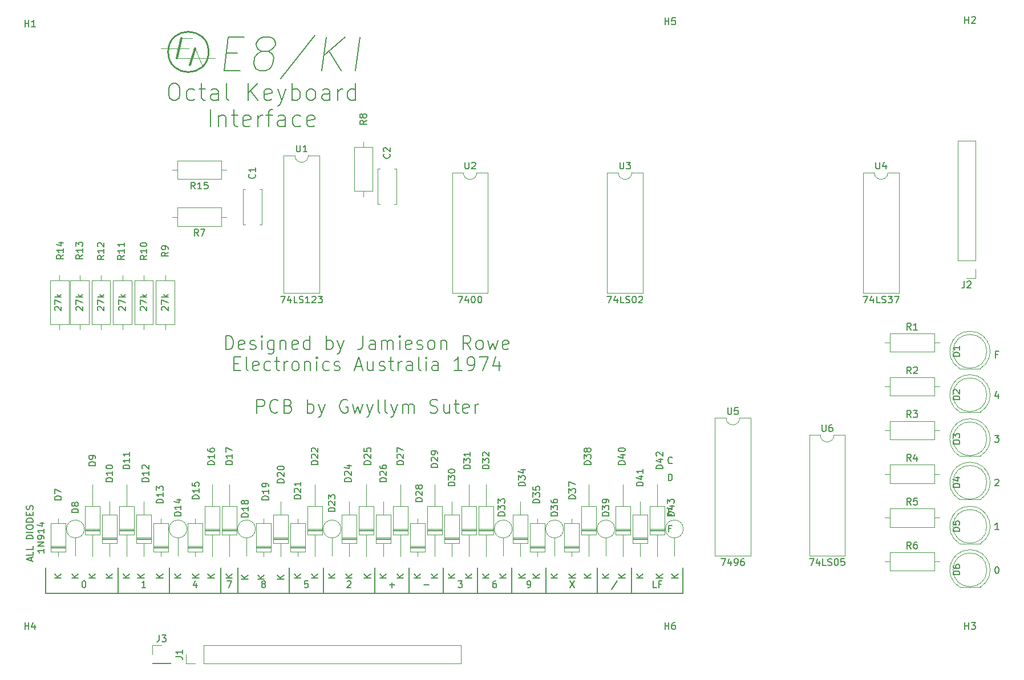
<source format=gbr>
%TF.GenerationSoftware,KiCad,Pcbnew,(5.1.10-1-10_14)*%
%TF.CreationDate,2021-06-29T18:24:10+10:00*%
%TF.ProjectId,Keyboard interface,4b657962-6f61-4726-9420-696e74657266,rev?*%
%TF.SameCoordinates,Original*%
%TF.FileFunction,Legend,Top*%
%TF.FilePolarity,Positive*%
%FSLAX46Y46*%
G04 Gerber Fmt 4.6, Leading zero omitted, Abs format (unit mm)*
G04 Created by KiCad (PCBNEW (5.1.10-1-10_14)) date 2021-06-29 18:24:10*
%MOMM*%
%LPD*%
G01*
G04 APERTURE LIST*
%ADD10C,0.150000*%
%ADD11C,0.120000*%
%ADD12C,0.240000*%
%ADD13C,0.300000*%
G04 APERTURE END LIST*
D10*
X199142857Y-100428571D02*
X198809523Y-100428571D01*
X198809523Y-100952380D02*
X198809523Y-99952380D01*
X199285714Y-99952380D01*
X199190476Y-106285714D02*
X199190476Y-106952380D01*
X198952380Y-105904761D02*
X198714285Y-106619047D01*
X199333333Y-106619047D01*
X198666666Y-112452380D02*
X199285714Y-112452380D01*
X198952380Y-112833333D01*
X199095238Y-112833333D01*
X199190476Y-112880952D01*
X199238095Y-112928571D01*
X199285714Y-113023809D01*
X199285714Y-113261904D01*
X199238095Y-113357142D01*
X199190476Y-113404761D01*
X199095238Y-113452380D01*
X198809523Y-113452380D01*
X198714285Y-113404761D01*
X198666666Y-113357142D01*
X198714285Y-119047619D02*
X198761904Y-119000000D01*
X198857142Y-118952380D01*
X199095238Y-118952380D01*
X199190476Y-119000000D01*
X199238095Y-119047619D01*
X199285714Y-119142857D01*
X199285714Y-119238095D01*
X199238095Y-119380952D01*
X198666666Y-119952380D01*
X199285714Y-119952380D01*
X199285714Y-126452380D02*
X198714285Y-126452380D01*
X199000000Y-126452380D02*
X199000000Y-125452380D01*
X198904761Y-125595238D01*
X198809523Y-125690476D01*
X198714285Y-125738095D01*
X198952380Y-131952380D02*
X199047619Y-131952380D01*
X199142857Y-132000000D01*
X199190476Y-132047619D01*
X199238095Y-132142857D01*
X199285714Y-132333333D01*
X199285714Y-132571428D01*
X199238095Y-132761904D01*
X199190476Y-132857142D01*
X199142857Y-132904761D01*
X199047619Y-132952380D01*
X198952380Y-132952380D01*
X198857142Y-132904761D01*
X198809523Y-132857142D01*
X198761904Y-132761904D01*
X198714285Y-132571428D01*
X198714285Y-132333333D01*
X198761904Y-132142857D01*
X198809523Y-132047619D01*
X198857142Y-132000000D01*
X198952380Y-131952380D01*
X148470952Y-135072380D02*
X147994761Y-135072380D01*
X147994761Y-134072380D01*
X149137619Y-134548571D02*
X148804285Y-134548571D01*
X148804285Y-135072380D02*
X148804285Y-134072380D01*
X149280476Y-134072380D01*
X142668571Y-134024761D02*
X141811428Y-135310476D01*
X135666666Y-134072380D02*
X136333333Y-135072380D01*
X136333333Y-134072380D02*
X135666666Y-135072380D01*
X55666666Y-131119047D02*
X55666666Y-130642857D01*
X55952380Y-131214285D02*
X54952380Y-130880952D01*
X55952380Y-130547619D01*
X55952380Y-129738095D02*
X55952380Y-130214285D01*
X54952380Y-130214285D01*
X55952380Y-128928571D02*
X55952380Y-129404761D01*
X54952380Y-129404761D01*
X55952380Y-127833333D02*
X54952380Y-127833333D01*
X54952380Y-127595238D01*
X55000000Y-127452380D01*
X55095238Y-127357142D01*
X55190476Y-127309523D01*
X55380952Y-127261904D01*
X55523809Y-127261904D01*
X55714285Y-127309523D01*
X55809523Y-127357142D01*
X55904761Y-127452380D01*
X55952380Y-127595238D01*
X55952380Y-127833333D01*
X55952380Y-126833333D02*
X54952380Y-126833333D01*
X54952380Y-126166666D02*
X54952380Y-125976190D01*
X55000000Y-125880952D01*
X55095238Y-125785714D01*
X55285714Y-125738095D01*
X55619047Y-125738095D01*
X55809523Y-125785714D01*
X55904761Y-125880952D01*
X55952380Y-125976190D01*
X55952380Y-126166666D01*
X55904761Y-126261904D01*
X55809523Y-126357142D01*
X55619047Y-126404761D01*
X55285714Y-126404761D01*
X55095238Y-126357142D01*
X55000000Y-126261904D01*
X54952380Y-126166666D01*
X55952380Y-125309523D02*
X54952380Y-125309523D01*
X54952380Y-125071428D01*
X55000000Y-124928571D01*
X55095238Y-124833333D01*
X55190476Y-124785714D01*
X55380952Y-124738095D01*
X55523809Y-124738095D01*
X55714285Y-124785714D01*
X55809523Y-124833333D01*
X55904761Y-124928571D01*
X55952380Y-125071428D01*
X55952380Y-125309523D01*
X55428571Y-124309523D02*
X55428571Y-123976190D01*
X55952380Y-123833333D02*
X55952380Y-124309523D01*
X54952380Y-124309523D01*
X54952380Y-123833333D01*
X55904761Y-123452380D02*
X55952380Y-123309523D01*
X55952380Y-123071428D01*
X55904761Y-122976190D01*
X55857142Y-122928571D01*
X55761904Y-122880952D01*
X55666666Y-122880952D01*
X55571428Y-122928571D01*
X55523809Y-122976190D01*
X55476190Y-123071428D01*
X55428571Y-123261904D01*
X55380952Y-123357142D01*
X55333333Y-123404761D01*
X55238095Y-123452380D01*
X55142857Y-123452380D01*
X55047619Y-123404761D01*
X55000000Y-123357142D01*
X54952380Y-123261904D01*
X54952380Y-123023809D01*
X55000000Y-122880952D01*
X76666666Y-60180952D02*
X77142857Y-60180952D01*
X77380952Y-60300000D01*
X77619047Y-60538095D01*
X77738095Y-61014285D01*
X77738095Y-61847619D01*
X77619047Y-62323809D01*
X77380952Y-62561904D01*
X77142857Y-62680952D01*
X76666666Y-62680952D01*
X76428571Y-62561904D01*
X76190476Y-62323809D01*
X76071428Y-61847619D01*
X76071428Y-61014285D01*
X76190476Y-60538095D01*
X76428571Y-60300000D01*
X76666666Y-60180952D01*
X79880952Y-62561904D02*
X79642857Y-62680952D01*
X79166666Y-62680952D01*
X78928571Y-62561904D01*
X78809523Y-62442857D01*
X78690476Y-62204761D01*
X78690476Y-61490476D01*
X78809523Y-61252380D01*
X78928571Y-61133333D01*
X79166666Y-61014285D01*
X79642857Y-61014285D01*
X79880952Y-61133333D01*
X80595238Y-61014285D02*
X81547619Y-61014285D01*
X80952380Y-60180952D02*
X80952380Y-62323809D01*
X81071428Y-62561904D01*
X81309523Y-62680952D01*
X81547619Y-62680952D01*
X83452380Y-62680952D02*
X83452380Y-61371428D01*
X83333333Y-61133333D01*
X83095238Y-61014285D01*
X82619047Y-61014285D01*
X82380952Y-61133333D01*
X83452380Y-62561904D02*
X83214285Y-62680952D01*
X82619047Y-62680952D01*
X82380952Y-62561904D01*
X82261904Y-62323809D01*
X82261904Y-62085714D01*
X82380952Y-61847619D01*
X82619047Y-61728571D01*
X83214285Y-61728571D01*
X83452380Y-61609523D01*
X85000000Y-62680952D02*
X84761904Y-62561904D01*
X84642857Y-62323809D01*
X84642857Y-60180952D01*
X87857142Y-62680952D02*
X87857142Y-60180952D01*
X89285714Y-62680952D02*
X88214285Y-61252380D01*
X89285714Y-60180952D02*
X87857142Y-61609523D01*
X91309523Y-62561904D02*
X91071428Y-62680952D01*
X90595238Y-62680952D01*
X90357142Y-62561904D01*
X90238095Y-62323809D01*
X90238095Y-61371428D01*
X90357142Y-61133333D01*
X90595238Y-61014285D01*
X91071428Y-61014285D01*
X91309523Y-61133333D01*
X91428571Y-61371428D01*
X91428571Y-61609523D01*
X90238095Y-61847619D01*
X92261904Y-61014285D02*
X92857142Y-62680952D01*
X93452380Y-61014285D02*
X92857142Y-62680952D01*
X92619047Y-63276190D01*
X92500000Y-63395238D01*
X92261904Y-63514285D01*
X94404761Y-62680952D02*
X94404761Y-60180952D01*
X94404761Y-61133333D02*
X94642857Y-61014285D01*
X95119047Y-61014285D01*
X95357142Y-61133333D01*
X95476190Y-61252380D01*
X95595238Y-61490476D01*
X95595238Y-62204761D01*
X95476190Y-62442857D01*
X95357142Y-62561904D01*
X95119047Y-62680952D01*
X94642857Y-62680952D01*
X94404761Y-62561904D01*
X97023809Y-62680952D02*
X96785714Y-62561904D01*
X96666666Y-62442857D01*
X96547619Y-62204761D01*
X96547619Y-61490476D01*
X96666666Y-61252380D01*
X96785714Y-61133333D01*
X97023809Y-61014285D01*
X97380952Y-61014285D01*
X97619047Y-61133333D01*
X97738095Y-61252380D01*
X97857142Y-61490476D01*
X97857142Y-62204761D01*
X97738095Y-62442857D01*
X97619047Y-62561904D01*
X97380952Y-62680952D01*
X97023809Y-62680952D01*
X100000000Y-62680952D02*
X100000000Y-61371428D01*
X99880952Y-61133333D01*
X99642857Y-61014285D01*
X99166666Y-61014285D01*
X98928571Y-61133333D01*
X100000000Y-62561904D02*
X99761904Y-62680952D01*
X99166666Y-62680952D01*
X98928571Y-62561904D01*
X98809523Y-62323809D01*
X98809523Y-62085714D01*
X98928571Y-61847619D01*
X99166666Y-61728571D01*
X99761904Y-61728571D01*
X100000000Y-61609523D01*
X101190476Y-62680952D02*
X101190476Y-61014285D01*
X101190476Y-61490476D02*
X101309523Y-61252380D01*
X101428571Y-61133333D01*
X101666666Y-61014285D01*
X101904761Y-61014285D01*
X103809523Y-62680952D02*
X103809523Y-60180952D01*
X103809523Y-62561904D02*
X103571428Y-62680952D01*
X103095238Y-62680952D01*
X102857142Y-62561904D01*
X102738095Y-62442857D01*
X102619047Y-62204761D01*
X102619047Y-61490476D01*
X102738095Y-61252380D01*
X102857142Y-61133333D01*
X103095238Y-61014285D01*
X103571428Y-61014285D01*
X103809523Y-61133333D01*
X82321428Y-66580952D02*
X82321428Y-64080952D01*
X83511904Y-64914285D02*
X83511904Y-66580952D01*
X83511904Y-65152380D02*
X83630952Y-65033333D01*
X83869047Y-64914285D01*
X84226190Y-64914285D01*
X84464285Y-65033333D01*
X84583333Y-65271428D01*
X84583333Y-66580952D01*
X85416666Y-64914285D02*
X86369047Y-64914285D01*
X85773809Y-64080952D02*
X85773809Y-66223809D01*
X85892857Y-66461904D01*
X86130952Y-66580952D01*
X86369047Y-66580952D01*
X88154761Y-66461904D02*
X87916666Y-66580952D01*
X87440476Y-66580952D01*
X87202380Y-66461904D01*
X87083333Y-66223809D01*
X87083333Y-65271428D01*
X87202380Y-65033333D01*
X87440476Y-64914285D01*
X87916666Y-64914285D01*
X88154761Y-65033333D01*
X88273809Y-65271428D01*
X88273809Y-65509523D01*
X87083333Y-65747619D01*
X89345238Y-66580952D02*
X89345238Y-64914285D01*
X89345238Y-65390476D02*
X89464285Y-65152380D01*
X89583333Y-65033333D01*
X89821428Y-64914285D01*
X90059523Y-64914285D01*
X90535714Y-64914285D02*
X91488095Y-64914285D01*
X90892857Y-66580952D02*
X90892857Y-64438095D01*
X91011904Y-64200000D01*
X91250000Y-64080952D01*
X91488095Y-64080952D01*
X93392857Y-66580952D02*
X93392857Y-65271428D01*
X93273809Y-65033333D01*
X93035714Y-64914285D01*
X92559523Y-64914285D01*
X92321428Y-65033333D01*
X93392857Y-66461904D02*
X93154761Y-66580952D01*
X92559523Y-66580952D01*
X92321428Y-66461904D01*
X92202380Y-66223809D01*
X92202380Y-65985714D01*
X92321428Y-65747619D01*
X92559523Y-65628571D01*
X93154761Y-65628571D01*
X93392857Y-65509523D01*
X95654761Y-66461904D02*
X95416666Y-66580952D01*
X94940476Y-66580952D01*
X94702380Y-66461904D01*
X94583333Y-66342857D01*
X94464285Y-66104761D01*
X94464285Y-65390476D01*
X94583333Y-65152380D01*
X94702380Y-65033333D01*
X94940476Y-64914285D01*
X95416666Y-64914285D01*
X95654761Y-65033333D01*
X97678571Y-66461904D02*
X97440476Y-66580952D01*
X96964285Y-66580952D01*
X96726190Y-66461904D01*
X96607142Y-66223809D01*
X96607142Y-65271428D01*
X96726190Y-65033333D01*
X96964285Y-64914285D01*
X97440476Y-64914285D01*
X97678571Y-65033333D01*
X97797619Y-65271428D01*
X97797619Y-65509523D01*
X96607142Y-65747619D01*
X84547619Y-99679761D02*
X84547619Y-97679761D01*
X85023809Y-97679761D01*
X85309523Y-97775000D01*
X85500000Y-97965476D01*
X85595238Y-98155952D01*
X85690476Y-98536904D01*
X85690476Y-98822619D01*
X85595238Y-99203571D01*
X85500000Y-99394047D01*
X85309523Y-99584523D01*
X85023809Y-99679761D01*
X84547619Y-99679761D01*
X87309523Y-99584523D02*
X87119047Y-99679761D01*
X86738095Y-99679761D01*
X86547619Y-99584523D01*
X86452380Y-99394047D01*
X86452380Y-98632142D01*
X86547619Y-98441666D01*
X86738095Y-98346428D01*
X87119047Y-98346428D01*
X87309523Y-98441666D01*
X87404761Y-98632142D01*
X87404761Y-98822619D01*
X86452380Y-99013095D01*
X88166666Y-99584523D02*
X88357142Y-99679761D01*
X88738095Y-99679761D01*
X88928571Y-99584523D01*
X89023809Y-99394047D01*
X89023809Y-99298809D01*
X88928571Y-99108333D01*
X88738095Y-99013095D01*
X88452380Y-99013095D01*
X88261904Y-98917857D01*
X88166666Y-98727380D01*
X88166666Y-98632142D01*
X88261904Y-98441666D01*
X88452380Y-98346428D01*
X88738095Y-98346428D01*
X88928571Y-98441666D01*
X89880952Y-99679761D02*
X89880952Y-98346428D01*
X89880952Y-97679761D02*
X89785714Y-97775000D01*
X89880952Y-97870238D01*
X89976190Y-97775000D01*
X89880952Y-97679761D01*
X89880952Y-97870238D01*
X91690476Y-98346428D02*
X91690476Y-99965476D01*
X91595238Y-100155952D01*
X91500000Y-100251190D01*
X91309523Y-100346428D01*
X91023809Y-100346428D01*
X90833333Y-100251190D01*
X91690476Y-99584523D02*
X91500000Y-99679761D01*
X91119047Y-99679761D01*
X90928571Y-99584523D01*
X90833333Y-99489285D01*
X90738095Y-99298809D01*
X90738095Y-98727380D01*
X90833333Y-98536904D01*
X90928571Y-98441666D01*
X91119047Y-98346428D01*
X91500000Y-98346428D01*
X91690476Y-98441666D01*
X92642857Y-98346428D02*
X92642857Y-99679761D01*
X92642857Y-98536904D02*
X92738095Y-98441666D01*
X92928571Y-98346428D01*
X93214285Y-98346428D01*
X93404761Y-98441666D01*
X93500000Y-98632142D01*
X93500000Y-99679761D01*
X95214285Y-99584523D02*
X95023809Y-99679761D01*
X94642857Y-99679761D01*
X94452380Y-99584523D01*
X94357142Y-99394047D01*
X94357142Y-98632142D01*
X94452380Y-98441666D01*
X94642857Y-98346428D01*
X95023809Y-98346428D01*
X95214285Y-98441666D01*
X95309523Y-98632142D01*
X95309523Y-98822619D01*
X94357142Y-99013095D01*
X97023809Y-99679761D02*
X97023809Y-97679761D01*
X97023809Y-99584523D02*
X96833333Y-99679761D01*
X96452380Y-99679761D01*
X96261904Y-99584523D01*
X96166666Y-99489285D01*
X96071428Y-99298809D01*
X96071428Y-98727380D01*
X96166666Y-98536904D01*
X96261904Y-98441666D01*
X96452380Y-98346428D01*
X96833333Y-98346428D01*
X97023809Y-98441666D01*
X99500000Y-99679761D02*
X99500000Y-97679761D01*
X99500000Y-98441666D02*
X99690476Y-98346428D01*
X100071428Y-98346428D01*
X100261904Y-98441666D01*
X100357142Y-98536904D01*
X100452380Y-98727380D01*
X100452380Y-99298809D01*
X100357142Y-99489285D01*
X100261904Y-99584523D01*
X100071428Y-99679761D01*
X99690476Y-99679761D01*
X99500000Y-99584523D01*
X101119047Y-98346428D02*
X101595238Y-99679761D01*
X102071428Y-98346428D02*
X101595238Y-99679761D01*
X101404761Y-100155952D01*
X101309523Y-100251190D01*
X101119047Y-100346428D01*
X104928571Y-97679761D02*
X104928571Y-99108333D01*
X104833333Y-99394047D01*
X104642857Y-99584523D01*
X104357142Y-99679761D01*
X104166666Y-99679761D01*
X106738095Y-99679761D02*
X106738095Y-98632142D01*
X106642857Y-98441666D01*
X106452380Y-98346428D01*
X106071428Y-98346428D01*
X105880952Y-98441666D01*
X106738095Y-99584523D02*
X106547619Y-99679761D01*
X106071428Y-99679761D01*
X105880952Y-99584523D01*
X105785714Y-99394047D01*
X105785714Y-99203571D01*
X105880952Y-99013095D01*
X106071428Y-98917857D01*
X106547619Y-98917857D01*
X106738095Y-98822619D01*
X107690476Y-99679761D02*
X107690476Y-98346428D01*
X107690476Y-98536904D02*
X107785714Y-98441666D01*
X107976190Y-98346428D01*
X108261904Y-98346428D01*
X108452380Y-98441666D01*
X108547619Y-98632142D01*
X108547619Y-99679761D01*
X108547619Y-98632142D02*
X108642857Y-98441666D01*
X108833333Y-98346428D01*
X109119047Y-98346428D01*
X109309523Y-98441666D01*
X109404761Y-98632142D01*
X109404761Y-99679761D01*
X110357142Y-99679761D02*
X110357142Y-98346428D01*
X110357142Y-97679761D02*
X110261904Y-97775000D01*
X110357142Y-97870238D01*
X110452380Y-97775000D01*
X110357142Y-97679761D01*
X110357142Y-97870238D01*
X112071428Y-99584523D02*
X111880952Y-99679761D01*
X111500000Y-99679761D01*
X111309523Y-99584523D01*
X111214285Y-99394047D01*
X111214285Y-98632142D01*
X111309523Y-98441666D01*
X111500000Y-98346428D01*
X111880952Y-98346428D01*
X112071428Y-98441666D01*
X112166666Y-98632142D01*
X112166666Y-98822619D01*
X111214285Y-99013095D01*
X112928571Y-99584523D02*
X113119047Y-99679761D01*
X113500000Y-99679761D01*
X113690476Y-99584523D01*
X113785714Y-99394047D01*
X113785714Y-99298809D01*
X113690476Y-99108333D01*
X113500000Y-99013095D01*
X113214285Y-99013095D01*
X113023809Y-98917857D01*
X112928571Y-98727380D01*
X112928571Y-98632142D01*
X113023809Y-98441666D01*
X113214285Y-98346428D01*
X113500000Y-98346428D01*
X113690476Y-98441666D01*
X114928571Y-99679761D02*
X114738095Y-99584523D01*
X114642857Y-99489285D01*
X114547619Y-99298809D01*
X114547619Y-98727380D01*
X114642857Y-98536904D01*
X114738095Y-98441666D01*
X114928571Y-98346428D01*
X115214285Y-98346428D01*
X115404761Y-98441666D01*
X115500000Y-98536904D01*
X115595238Y-98727380D01*
X115595238Y-99298809D01*
X115500000Y-99489285D01*
X115404761Y-99584523D01*
X115214285Y-99679761D01*
X114928571Y-99679761D01*
X116452380Y-98346428D02*
X116452380Y-99679761D01*
X116452380Y-98536904D02*
X116547619Y-98441666D01*
X116738095Y-98346428D01*
X117023809Y-98346428D01*
X117214285Y-98441666D01*
X117309523Y-98632142D01*
X117309523Y-99679761D01*
X120928571Y-99679761D02*
X120261904Y-98727380D01*
X119785714Y-99679761D02*
X119785714Y-97679761D01*
X120547619Y-97679761D01*
X120738095Y-97775000D01*
X120833333Y-97870238D01*
X120928571Y-98060714D01*
X120928571Y-98346428D01*
X120833333Y-98536904D01*
X120738095Y-98632142D01*
X120547619Y-98727380D01*
X119785714Y-98727380D01*
X122071428Y-99679761D02*
X121880952Y-99584523D01*
X121785714Y-99489285D01*
X121690476Y-99298809D01*
X121690476Y-98727380D01*
X121785714Y-98536904D01*
X121880952Y-98441666D01*
X122071428Y-98346428D01*
X122357142Y-98346428D01*
X122547619Y-98441666D01*
X122642857Y-98536904D01*
X122738095Y-98727380D01*
X122738095Y-99298809D01*
X122642857Y-99489285D01*
X122547619Y-99584523D01*
X122357142Y-99679761D01*
X122071428Y-99679761D01*
X123404761Y-98346428D02*
X123785714Y-99679761D01*
X124166666Y-98727380D01*
X124547619Y-99679761D01*
X124928571Y-98346428D01*
X126452380Y-99584523D02*
X126261904Y-99679761D01*
X125880952Y-99679761D01*
X125690476Y-99584523D01*
X125595238Y-99394047D01*
X125595238Y-98632142D01*
X125690476Y-98441666D01*
X125880952Y-98346428D01*
X126261904Y-98346428D01*
X126452380Y-98441666D01*
X126547619Y-98632142D01*
X126547619Y-98822619D01*
X125595238Y-99013095D01*
X85785714Y-101782142D02*
X86452380Y-101782142D01*
X86738095Y-102829761D02*
X85785714Y-102829761D01*
X85785714Y-100829761D01*
X86738095Y-100829761D01*
X87880952Y-102829761D02*
X87690476Y-102734523D01*
X87595238Y-102544047D01*
X87595238Y-100829761D01*
X89404761Y-102734523D02*
X89214285Y-102829761D01*
X88833333Y-102829761D01*
X88642857Y-102734523D01*
X88547619Y-102544047D01*
X88547619Y-101782142D01*
X88642857Y-101591666D01*
X88833333Y-101496428D01*
X89214285Y-101496428D01*
X89404761Y-101591666D01*
X89500000Y-101782142D01*
X89500000Y-101972619D01*
X88547619Y-102163095D01*
X91214285Y-102734523D02*
X91023809Y-102829761D01*
X90642857Y-102829761D01*
X90452380Y-102734523D01*
X90357142Y-102639285D01*
X90261904Y-102448809D01*
X90261904Y-101877380D01*
X90357142Y-101686904D01*
X90452380Y-101591666D01*
X90642857Y-101496428D01*
X91023809Y-101496428D01*
X91214285Y-101591666D01*
X91785714Y-101496428D02*
X92547619Y-101496428D01*
X92071428Y-100829761D02*
X92071428Y-102544047D01*
X92166666Y-102734523D01*
X92357142Y-102829761D01*
X92547619Y-102829761D01*
X93214285Y-102829761D02*
X93214285Y-101496428D01*
X93214285Y-101877380D02*
X93309523Y-101686904D01*
X93404761Y-101591666D01*
X93595238Y-101496428D01*
X93785714Y-101496428D01*
X94738095Y-102829761D02*
X94547619Y-102734523D01*
X94452380Y-102639285D01*
X94357142Y-102448809D01*
X94357142Y-101877380D01*
X94452380Y-101686904D01*
X94547619Y-101591666D01*
X94738095Y-101496428D01*
X95023809Y-101496428D01*
X95214285Y-101591666D01*
X95309523Y-101686904D01*
X95404761Y-101877380D01*
X95404761Y-102448809D01*
X95309523Y-102639285D01*
X95214285Y-102734523D01*
X95023809Y-102829761D01*
X94738095Y-102829761D01*
X96261904Y-101496428D02*
X96261904Y-102829761D01*
X96261904Y-101686904D02*
X96357142Y-101591666D01*
X96547619Y-101496428D01*
X96833333Y-101496428D01*
X97023809Y-101591666D01*
X97119047Y-101782142D01*
X97119047Y-102829761D01*
X98071428Y-102829761D02*
X98071428Y-101496428D01*
X98071428Y-100829761D02*
X97976190Y-100925000D01*
X98071428Y-101020238D01*
X98166666Y-100925000D01*
X98071428Y-100829761D01*
X98071428Y-101020238D01*
X99880952Y-102734523D02*
X99690476Y-102829761D01*
X99309523Y-102829761D01*
X99119047Y-102734523D01*
X99023809Y-102639285D01*
X98928571Y-102448809D01*
X98928571Y-101877380D01*
X99023809Y-101686904D01*
X99119047Y-101591666D01*
X99309523Y-101496428D01*
X99690476Y-101496428D01*
X99880952Y-101591666D01*
X100642857Y-102734523D02*
X100833333Y-102829761D01*
X101214285Y-102829761D01*
X101404761Y-102734523D01*
X101500000Y-102544047D01*
X101500000Y-102448809D01*
X101404761Y-102258333D01*
X101214285Y-102163095D01*
X100928571Y-102163095D01*
X100738095Y-102067857D01*
X100642857Y-101877380D01*
X100642857Y-101782142D01*
X100738095Y-101591666D01*
X100928571Y-101496428D01*
X101214285Y-101496428D01*
X101404761Y-101591666D01*
X103785714Y-102258333D02*
X104738095Y-102258333D01*
X103595238Y-102829761D02*
X104261904Y-100829761D01*
X104928571Y-102829761D01*
X106452380Y-101496428D02*
X106452380Y-102829761D01*
X105595238Y-101496428D02*
X105595238Y-102544047D01*
X105690476Y-102734523D01*
X105880952Y-102829761D01*
X106166666Y-102829761D01*
X106357142Y-102734523D01*
X106452380Y-102639285D01*
X107309523Y-102734523D02*
X107500000Y-102829761D01*
X107880952Y-102829761D01*
X108071428Y-102734523D01*
X108166666Y-102544047D01*
X108166666Y-102448809D01*
X108071428Y-102258333D01*
X107880952Y-102163095D01*
X107595238Y-102163095D01*
X107404761Y-102067857D01*
X107309523Y-101877380D01*
X107309523Y-101782142D01*
X107404761Y-101591666D01*
X107595238Y-101496428D01*
X107880952Y-101496428D01*
X108071428Y-101591666D01*
X108738095Y-101496428D02*
X109500000Y-101496428D01*
X109023809Y-100829761D02*
X109023809Y-102544047D01*
X109119047Y-102734523D01*
X109309523Y-102829761D01*
X109500000Y-102829761D01*
X110166666Y-102829761D02*
X110166666Y-101496428D01*
X110166666Y-101877380D02*
X110261904Y-101686904D01*
X110357142Y-101591666D01*
X110547619Y-101496428D01*
X110738095Y-101496428D01*
X112261904Y-102829761D02*
X112261904Y-101782142D01*
X112166666Y-101591666D01*
X111976190Y-101496428D01*
X111595238Y-101496428D01*
X111404761Y-101591666D01*
X112261904Y-102734523D02*
X112071428Y-102829761D01*
X111595238Y-102829761D01*
X111404761Y-102734523D01*
X111309523Y-102544047D01*
X111309523Y-102353571D01*
X111404761Y-102163095D01*
X111595238Y-102067857D01*
X112071428Y-102067857D01*
X112261904Y-101972619D01*
X113500000Y-102829761D02*
X113309523Y-102734523D01*
X113214285Y-102544047D01*
X113214285Y-100829761D01*
X114261904Y-102829761D02*
X114261904Y-101496428D01*
X114261904Y-100829761D02*
X114166666Y-100925000D01*
X114261904Y-101020238D01*
X114357142Y-100925000D01*
X114261904Y-100829761D01*
X114261904Y-101020238D01*
X116071428Y-102829761D02*
X116071428Y-101782142D01*
X115976190Y-101591666D01*
X115785714Y-101496428D01*
X115404761Y-101496428D01*
X115214285Y-101591666D01*
X116071428Y-102734523D02*
X115880952Y-102829761D01*
X115404761Y-102829761D01*
X115214285Y-102734523D01*
X115119047Y-102544047D01*
X115119047Y-102353571D01*
X115214285Y-102163095D01*
X115404761Y-102067857D01*
X115880952Y-102067857D01*
X116071428Y-101972619D01*
X119595238Y-102829761D02*
X118452380Y-102829761D01*
X119023809Y-102829761D02*
X119023809Y-100829761D01*
X118833333Y-101115476D01*
X118642857Y-101305952D01*
X118452380Y-101401190D01*
X120547619Y-102829761D02*
X120928571Y-102829761D01*
X121119047Y-102734523D01*
X121214285Y-102639285D01*
X121404761Y-102353571D01*
X121500000Y-101972619D01*
X121500000Y-101210714D01*
X121404761Y-101020238D01*
X121309523Y-100925000D01*
X121119047Y-100829761D01*
X120738095Y-100829761D01*
X120547619Y-100925000D01*
X120452380Y-101020238D01*
X120357142Y-101210714D01*
X120357142Y-101686904D01*
X120452380Y-101877380D01*
X120547619Y-101972619D01*
X120738095Y-102067857D01*
X121119047Y-102067857D01*
X121309523Y-101972619D01*
X121404761Y-101877380D01*
X121500000Y-101686904D01*
X122166666Y-100829761D02*
X123500000Y-100829761D01*
X122642857Y-102829761D01*
X125119047Y-101496428D02*
X125119047Y-102829761D01*
X124642857Y-100734523D02*
X124166666Y-102163095D01*
X125404761Y-102163095D01*
X89166666Y-109129761D02*
X89166666Y-107129761D01*
X89928571Y-107129761D01*
X90119047Y-107225000D01*
X90214285Y-107320238D01*
X90309523Y-107510714D01*
X90309523Y-107796428D01*
X90214285Y-107986904D01*
X90119047Y-108082142D01*
X89928571Y-108177380D01*
X89166666Y-108177380D01*
X92309523Y-108939285D02*
X92214285Y-109034523D01*
X91928571Y-109129761D01*
X91738095Y-109129761D01*
X91452380Y-109034523D01*
X91261904Y-108844047D01*
X91166666Y-108653571D01*
X91071428Y-108272619D01*
X91071428Y-107986904D01*
X91166666Y-107605952D01*
X91261904Y-107415476D01*
X91452380Y-107225000D01*
X91738095Y-107129761D01*
X91928571Y-107129761D01*
X92214285Y-107225000D01*
X92309523Y-107320238D01*
X93833333Y-108082142D02*
X94119047Y-108177380D01*
X94214285Y-108272619D01*
X94309523Y-108463095D01*
X94309523Y-108748809D01*
X94214285Y-108939285D01*
X94119047Y-109034523D01*
X93928571Y-109129761D01*
X93166666Y-109129761D01*
X93166666Y-107129761D01*
X93833333Y-107129761D01*
X94023809Y-107225000D01*
X94119047Y-107320238D01*
X94214285Y-107510714D01*
X94214285Y-107701190D01*
X94119047Y-107891666D01*
X94023809Y-107986904D01*
X93833333Y-108082142D01*
X93166666Y-108082142D01*
X96690476Y-109129761D02*
X96690476Y-107129761D01*
X96690476Y-107891666D02*
X96880952Y-107796428D01*
X97261904Y-107796428D01*
X97452380Y-107891666D01*
X97547619Y-107986904D01*
X97642857Y-108177380D01*
X97642857Y-108748809D01*
X97547619Y-108939285D01*
X97452380Y-109034523D01*
X97261904Y-109129761D01*
X96880952Y-109129761D01*
X96690476Y-109034523D01*
X98309523Y-107796428D02*
X98785714Y-109129761D01*
X99261904Y-107796428D02*
X98785714Y-109129761D01*
X98595238Y-109605952D01*
X98500000Y-109701190D01*
X98309523Y-109796428D01*
X102595238Y-107225000D02*
X102404761Y-107129761D01*
X102119047Y-107129761D01*
X101833333Y-107225000D01*
X101642857Y-107415476D01*
X101547619Y-107605952D01*
X101452380Y-107986904D01*
X101452380Y-108272619D01*
X101547619Y-108653571D01*
X101642857Y-108844047D01*
X101833333Y-109034523D01*
X102119047Y-109129761D01*
X102309523Y-109129761D01*
X102595238Y-109034523D01*
X102690476Y-108939285D01*
X102690476Y-108272619D01*
X102309523Y-108272619D01*
X103357142Y-107796428D02*
X103738095Y-109129761D01*
X104119047Y-108177380D01*
X104500000Y-109129761D01*
X104880952Y-107796428D01*
X105452380Y-107796428D02*
X105928571Y-109129761D01*
X106404761Y-107796428D02*
X105928571Y-109129761D01*
X105738095Y-109605952D01*
X105642857Y-109701190D01*
X105452380Y-109796428D01*
X107452380Y-109129761D02*
X107261904Y-109034523D01*
X107166666Y-108844047D01*
X107166666Y-107129761D01*
X108500000Y-109129761D02*
X108309523Y-109034523D01*
X108214285Y-108844047D01*
X108214285Y-107129761D01*
X109071428Y-107796428D02*
X109547619Y-109129761D01*
X110023809Y-107796428D02*
X109547619Y-109129761D01*
X109357142Y-109605952D01*
X109261904Y-109701190D01*
X109071428Y-109796428D01*
X110785714Y-109129761D02*
X110785714Y-107796428D01*
X110785714Y-107986904D02*
X110880952Y-107891666D01*
X111071428Y-107796428D01*
X111357142Y-107796428D01*
X111547619Y-107891666D01*
X111642857Y-108082142D01*
X111642857Y-109129761D01*
X111642857Y-108082142D02*
X111738095Y-107891666D01*
X111928571Y-107796428D01*
X112214285Y-107796428D01*
X112404761Y-107891666D01*
X112500000Y-108082142D01*
X112500000Y-109129761D01*
X114880952Y-109034523D02*
X115166666Y-109129761D01*
X115642857Y-109129761D01*
X115833333Y-109034523D01*
X115928571Y-108939285D01*
X116023809Y-108748809D01*
X116023809Y-108558333D01*
X115928571Y-108367857D01*
X115833333Y-108272619D01*
X115642857Y-108177380D01*
X115261904Y-108082142D01*
X115071428Y-107986904D01*
X114976190Y-107891666D01*
X114880952Y-107701190D01*
X114880952Y-107510714D01*
X114976190Y-107320238D01*
X115071428Y-107225000D01*
X115261904Y-107129761D01*
X115738095Y-107129761D01*
X116023809Y-107225000D01*
X117738095Y-107796428D02*
X117738095Y-109129761D01*
X116880952Y-107796428D02*
X116880952Y-108844047D01*
X116976190Y-109034523D01*
X117166666Y-109129761D01*
X117452380Y-109129761D01*
X117642857Y-109034523D01*
X117738095Y-108939285D01*
X118404761Y-107796428D02*
X119166666Y-107796428D01*
X118690476Y-107129761D02*
X118690476Y-108844047D01*
X118785714Y-109034523D01*
X118976190Y-109129761D01*
X119166666Y-109129761D01*
X120595238Y-109034523D02*
X120404761Y-109129761D01*
X120023809Y-109129761D01*
X119833333Y-109034523D01*
X119738095Y-108844047D01*
X119738095Y-108082142D01*
X119833333Y-107891666D01*
X120023809Y-107796428D01*
X120404761Y-107796428D01*
X120595238Y-107891666D01*
X120690476Y-108082142D01*
X120690476Y-108272619D01*
X119738095Y-108463095D01*
X121547619Y-109129761D02*
X121547619Y-107796428D01*
X121547619Y-108177380D02*
X121642857Y-107986904D01*
X121738095Y-107891666D01*
X121928571Y-107796428D01*
X122119047Y-107796428D01*
X84614300Y-55642857D02*
X86280967Y-55642857D01*
X86667872Y-58261904D02*
X84286919Y-58261904D01*
X84911919Y-53261904D01*
X87292872Y-53261904D01*
X89882157Y-55404761D02*
X89435729Y-55166666D01*
X89227395Y-54928571D01*
X89048824Y-54452380D01*
X89078586Y-54214285D01*
X89376205Y-53738095D01*
X89644062Y-53500000D01*
X90150014Y-53261904D01*
X91102395Y-53261904D01*
X91548824Y-53500000D01*
X91757157Y-53738095D01*
X91935729Y-54214285D01*
X91905967Y-54452380D01*
X91608348Y-54928571D01*
X91340491Y-55166666D01*
X90834538Y-55404761D01*
X89882157Y-55404761D01*
X89376205Y-55642857D01*
X89108348Y-55880952D01*
X88810729Y-56357142D01*
X88691681Y-57309523D01*
X88870252Y-57785714D01*
X89078586Y-58023809D01*
X89525014Y-58261904D01*
X90477395Y-58261904D01*
X90983348Y-58023809D01*
X91251205Y-57785714D01*
X91548824Y-57309523D01*
X91667872Y-56357142D01*
X91489300Y-55880952D01*
X91280967Y-55642857D01*
X90834538Y-55404761D01*
X97798824Y-53023809D02*
X92709538Y-59452380D01*
X98810729Y-58261904D02*
X99435729Y-53261904D01*
X101667872Y-58261904D02*
X99882157Y-55404761D01*
X102292872Y-53261904D02*
X99078586Y-56119047D01*
X103810729Y-58261904D02*
X104435729Y-53261904D01*
X139700000Y-132080000D02*
X139700000Y-135890000D01*
X144780000Y-132080000D02*
X144780000Y-135890000D01*
X152400000Y-135890000D02*
X152400000Y-132080000D01*
X132080000Y-135890000D02*
X152400000Y-135890000D01*
X129349523Y-135072380D02*
X129540000Y-135072380D01*
X129635238Y-135024761D01*
X129682857Y-134977142D01*
X129778095Y-134834285D01*
X129825714Y-134643809D01*
X129825714Y-134262857D01*
X129778095Y-134167619D01*
X129730476Y-134120000D01*
X129635238Y-134072380D01*
X129444761Y-134072380D01*
X129349523Y-134120000D01*
X129301904Y-134167619D01*
X129254285Y-134262857D01*
X129254285Y-134500952D01*
X129301904Y-134596190D01*
X129349523Y-134643809D01*
X129444761Y-134691428D01*
X129635238Y-134691428D01*
X129730476Y-134643809D01*
X129778095Y-134596190D01*
X129825714Y-134500952D01*
X124650476Y-134072380D02*
X124460000Y-134072380D01*
X124364761Y-134120000D01*
X124317142Y-134167619D01*
X124221904Y-134310476D01*
X124174285Y-134500952D01*
X124174285Y-134881904D01*
X124221904Y-134977142D01*
X124269523Y-135024761D01*
X124364761Y-135072380D01*
X124555238Y-135072380D01*
X124650476Y-135024761D01*
X124698095Y-134977142D01*
X124745714Y-134881904D01*
X124745714Y-134643809D01*
X124698095Y-134548571D01*
X124650476Y-134500952D01*
X124555238Y-134453333D01*
X124364761Y-134453333D01*
X124269523Y-134500952D01*
X124221904Y-134548571D01*
X124174285Y-134643809D01*
X121920000Y-132080000D02*
X121920000Y-135890000D01*
X127000000Y-132080000D02*
X127000000Y-135890000D01*
X132080000Y-135890000D02*
X132080000Y-132080000D01*
X122555000Y-135890000D02*
X132080000Y-135890000D01*
X63452380Y-134072380D02*
X63547619Y-134072380D01*
X63642857Y-134120000D01*
X63690476Y-134167619D01*
X63738095Y-134262857D01*
X63785714Y-134453333D01*
X63785714Y-134691428D01*
X63738095Y-134881904D01*
X63690476Y-134977142D01*
X63642857Y-135024761D01*
X63547619Y-135072380D01*
X63452380Y-135072380D01*
X63357142Y-135024761D01*
X63309523Y-134977142D01*
X63261904Y-134881904D01*
X63214285Y-134691428D01*
X63214285Y-134453333D01*
X63261904Y-134262857D01*
X63309523Y-134167619D01*
X63357142Y-134120000D01*
X63452380Y-134072380D01*
X72675714Y-135072380D02*
X72104285Y-135072380D01*
X72390000Y-135072380D02*
X72390000Y-134072380D01*
X72294761Y-134215238D01*
X72199523Y-134310476D01*
X72104285Y-134358095D01*
X80200476Y-134405714D02*
X80200476Y-135072380D01*
X79962380Y-134024761D02*
X79724285Y-134739047D01*
X80343333Y-134739047D01*
X84756666Y-134072380D02*
X85423333Y-134072380D01*
X84994761Y-135072380D01*
X90074761Y-134500952D02*
X89979523Y-134453333D01*
X89931904Y-134405714D01*
X89884285Y-134310476D01*
X89884285Y-134262857D01*
X89931904Y-134167619D01*
X89979523Y-134120000D01*
X90074761Y-134072380D01*
X90265238Y-134072380D01*
X90360476Y-134120000D01*
X90408095Y-134167619D01*
X90455714Y-134262857D01*
X90455714Y-134310476D01*
X90408095Y-134405714D01*
X90360476Y-134453333D01*
X90265238Y-134500952D01*
X90074761Y-134500952D01*
X89979523Y-134548571D01*
X89931904Y-134596190D01*
X89884285Y-134691428D01*
X89884285Y-134881904D01*
X89931904Y-134977142D01*
X89979523Y-135024761D01*
X90074761Y-135072380D01*
X90265238Y-135072380D01*
X90360476Y-135024761D01*
X90408095Y-134977142D01*
X90455714Y-134881904D01*
X90455714Y-134691428D01*
X90408095Y-134596190D01*
X90360476Y-134548571D01*
X90265238Y-134500952D01*
X96758095Y-134072380D02*
X96281904Y-134072380D01*
X96234285Y-134548571D01*
X96281904Y-134500952D01*
X96377142Y-134453333D01*
X96615238Y-134453333D01*
X96710476Y-134500952D01*
X96758095Y-134548571D01*
X96805714Y-134643809D01*
X96805714Y-134881904D01*
X96758095Y-134977142D01*
X96710476Y-135024761D01*
X96615238Y-135072380D01*
X96377142Y-135072380D01*
X96281904Y-135024761D01*
X96234285Y-134977142D01*
X68580000Y-132080000D02*
X68580000Y-135890000D01*
X76200000Y-132080000D02*
X76200000Y-135890000D01*
X83820000Y-132080000D02*
X83820000Y-135890000D01*
X86360000Y-132080000D02*
X86360000Y-135890000D01*
X93980000Y-132080000D02*
X93980000Y-135890000D01*
X99060000Y-132080000D02*
X99060000Y-135890000D01*
X106680000Y-132080000D02*
X106680000Y-135890000D01*
X111760000Y-132080000D02*
X111760000Y-135890000D01*
X116840000Y-132080000D02*
X116840000Y-132715000D01*
X116840000Y-132715000D02*
X116840000Y-135890000D01*
X57785000Y-135890000D02*
X57785000Y-132080000D01*
X102870000Y-135890000D02*
X57785000Y-135890000D01*
X122555000Y-135890000D02*
X102870000Y-135890000D01*
X102584285Y-134167619D02*
X102631904Y-134120000D01*
X102727142Y-134072380D01*
X102965238Y-134072380D01*
X103060476Y-134120000D01*
X103108095Y-134167619D01*
X103155714Y-134262857D01*
X103155714Y-134358095D01*
X103108095Y-134500952D01*
X102536666Y-135072380D01*
X103155714Y-135072380D01*
X108839047Y-134691428D02*
X109600952Y-134691428D01*
X109220000Y-135072380D02*
X109220000Y-134310476D01*
X113919047Y-134691428D02*
X114680952Y-134691428D01*
X119046666Y-134072380D02*
X119665714Y-134072380D01*
X119332380Y-134453333D01*
X119475238Y-134453333D01*
X119570476Y-134500952D01*
X119618095Y-134548571D01*
X119665714Y-134643809D01*
X119665714Y-134881904D01*
X119618095Y-134977142D01*
X119570476Y-135024761D01*
X119475238Y-135072380D01*
X119189523Y-135072380D01*
X119094285Y-135024761D01*
X119046666Y-134977142D01*
X150804523Y-116562142D02*
X150756904Y-116609761D01*
X150614047Y-116657380D01*
X150518809Y-116657380D01*
X150375952Y-116609761D01*
X150280714Y-116514523D01*
X150233095Y-116419285D01*
X150185476Y-116228809D01*
X150185476Y-116085952D01*
X150233095Y-115895476D01*
X150280714Y-115800238D01*
X150375952Y-115705000D01*
X150518809Y-115657380D01*
X150614047Y-115657380D01*
X150756904Y-115705000D01*
X150804523Y-115752619D01*
X150233095Y-119197380D02*
X150233095Y-118197380D01*
X150471190Y-118197380D01*
X150614047Y-118245000D01*
X150709285Y-118340238D01*
X150756904Y-118435476D01*
X150804523Y-118625952D01*
X150804523Y-118768809D01*
X150756904Y-118959285D01*
X150709285Y-119054523D01*
X150614047Y-119149761D01*
X150471190Y-119197380D01*
X150233095Y-119197380D01*
X150280714Y-123753571D02*
X150614047Y-123753571D01*
X150756904Y-124277380D02*
X150280714Y-124277380D01*
X150280714Y-123277380D01*
X150756904Y-123277380D01*
X150637857Y-126293571D02*
X150304523Y-126293571D01*
X150304523Y-126817380D02*
X150304523Y-125817380D01*
X150780714Y-125817380D01*
D11*
%TO.C,J3*%
X73670000Y-143670000D02*
X75000000Y-143670000D01*
X73670000Y-145000000D02*
X73670000Y-143670000D01*
X73670000Y-146270000D02*
X76330000Y-146270000D01*
X76330000Y-146270000D02*
X76330000Y-146330000D01*
X73670000Y-146270000D02*
X73670000Y-146330000D01*
X73670000Y-146330000D02*
X76330000Y-146330000D01*
%TO.C,D6*%
X193455000Y-134990000D02*
X196545000Y-134990000D01*
X197500000Y-132430000D02*
G75*
G03*
X197500000Y-132430000I-2500000J0D01*
G01*
X194999538Y-129440000D02*
G75*
G02*
X196544830Y-134990000I462J-2990000D01*
G01*
X195000462Y-129440000D02*
G75*
G03*
X193455170Y-134990000I-462J-2990000D01*
G01*
%TO.C,D5*%
X193455000Y-128530000D02*
X196545000Y-128530000D01*
X197500000Y-125970000D02*
G75*
G03*
X197500000Y-125970000I-2500000J0D01*
G01*
X194999538Y-122980000D02*
G75*
G02*
X196544830Y-128530000I462J-2990000D01*
G01*
X195000462Y-122980000D02*
G75*
G03*
X193455170Y-128530000I-462J-2990000D01*
G01*
%TO.C,D4*%
X193455000Y-121990000D02*
X196545000Y-121990000D01*
X197500000Y-119430000D02*
G75*
G03*
X197500000Y-119430000I-2500000J0D01*
G01*
X194999538Y-116440000D02*
G75*
G02*
X196544830Y-121990000I462J-2990000D01*
G01*
X195000462Y-116440000D02*
G75*
G03*
X193455170Y-121990000I-462J-2990000D01*
G01*
%TO.C,D3*%
X193455000Y-115530000D02*
X196545000Y-115530000D01*
X197500000Y-112970000D02*
G75*
G03*
X197500000Y-112970000I-2500000J0D01*
G01*
X194999538Y-109980000D02*
G75*
G02*
X196544830Y-115530000I462J-2990000D01*
G01*
X195000462Y-109980000D02*
G75*
G03*
X193455170Y-115530000I-462J-2990000D01*
G01*
%TO.C,D2*%
X193455000Y-108990000D02*
X196545000Y-108990000D01*
X197500000Y-106430000D02*
G75*
G03*
X197500000Y-106430000I-2500000J0D01*
G01*
X194999538Y-103440000D02*
G75*
G02*
X196544830Y-108990000I462J-2990000D01*
G01*
X195000462Y-103440000D02*
G75*
G03*
X193455170Y-108990000I-462J-2990000D01*
G01*
%TO.C,D1*%
X193455000Y-102530000D02*
X196545000Y-102530000D01*
X197500000Y-99970000D02*
G75*
G03*
X197500000Y-99970000I-2500000J0D01*
G01*
X194999538Y-96980000D02*
G75*
G02*
X196544830Y-102530000I462J-2990000D01*
G01*
X195000462Y-96980000D02*
G75*
G03*
X193455170Y-102530000I-462J-2990000D01*
G01*
%TO.C,C2*%
X109555000Y-72880000D02*
X109870000Y-72880000D01*
X107130000Y-72880000D02*
X107445000Y-72880000D01*
X109555000Y-78120000D02*
X109870000Y-78120000D01*
X107130000Y-78120000D02*
X107445000Y-78120000D01*
X109870000Y-78120000D02*
X109870000Y-72880000D01*
X107130000Y-78120000D02*
X107130000Y-72880000D01*
%TO.C,C1*%
X87445000Y-81120000D02*
X87130000Y-81120000D01*
X89870000Y-81120000D02*
X89555000Y-81120000D01*
X87445000Y-75880000D02*
X87130000Y-75880000D01*
X89870000Y-75880000D02*
X89555000Y-75880000D01*
X87130000Y-75880000D02*
X87130000Y-81120000D01*
X89870000Y-75880000D02*
X89870000Y-81120000D01*
D12*
%TO.C,REF\u002A\u002A*%
X82000000Y-55500000D02*
G75*
G03*
X82000000Y-55500000I-3000000J0D01*
G01*
D13*
X78000000Y-53500000D02*
X77300000Y-56400000D01*
D11*
X77960000Y-53430000D02*
X79570000Y-53430000D01*
X74910000Y-54970000D02*
X79110000Y-54970000D01*
X77250000Y-56450000D02*
X82950000Y-56450000D01*
D13*
X80000000Y-55000000D02*
X79200000Y-57400000D01*
D11*
X80040000Y-54990000D02*
X81000000Y-57460000D01*
%TO.C,D43*%
X151130000Y-127691371D02*
X151130000Y-130345000D01*
X152456371Y-126365000D02*
G75*
G03*
X152456371Y-126365000I-1326371J0D01*
G01*
%TO.C,D42*%
X147470000Y-126615000D02*
X149710000Y-126615000D01*
X147470000Y-126375000D02*
X149710000Y-126375000D01*
X147470000Y-126495000D02*
X149710000Y-126495000D01*
X148590000Y-119785000D02*
X148590000Y-122975000D01*
X148590000Y-130405000D02*
X148590000Y-127215000D01*
X147470000Y-122975000D02*
X147470000Y-127215000D01*
X149710000Y-122975000D02*
X147470000Y-122975000D01*
X149710000Y-127215000D02*
X149710000Y-122975000D01*
X147470000Y-127215000D02*
X149710000Y-127215000D01*
%TO.C,D41*%
X144930000Y-127885000D02*
X147170000Y-127885000D01*
X144930000Y-127645000D02*
X147170000Y-127645000D01*
X144930000Y-127765000D02*
X147170000Y-127765000D01*
X146050000Y-122325000D02*
X146050000Y-124245000D01*
X146050000Y-130405000D02*
X146050000Y-128485000D01*
X144930000Y-124245000D02*
X144930000Y-128485000D01*
X147170000Y-124245000D02*
X144930000Y-124245000D01*
X147170000Y-128485000D02*
X147170000Y-124245000D01*
X144930000Y-128485000D02*
X147170000Y-128485000D01*
%TO.C,D40*%
X142390000Y-126615000D02*
X144630000Y-126615000D01*
X142390000Y-126375000D02*
X144630000Y-126375000D01*
X142390000Y-126495000D02*
X144630000Y-126495000D01*
X143510000Y-119785000D02*
X143510000Y-122975000D01*
X143510000Y-130405000D02*
X143510000Y-127215000D01*
X142390000Y-122975000D02*
X142390000Y-127215000D01*
X144630000Y-122975000D02*
X142390000Y-122975000D01*
X144630000Y-127215000D02*
X144630000Y-122975000D01*
X142390000Y-127215000D02*
X144630000Y-127215000D01*
%TO.C,D39*%
X140970000Y-127691371D02*
X140970000Y-130345000D01*
X142296371Y-126365000D02*
G75*
G03*
X142296371Y-126365000I-1326371J0D01*
G01*
%TO.C,D38*%
X137310000Y-126615000D02*
X139550000Y-126615000D01*
X137310000Y-126375000D02*
X139550000Y-126375000D01*
X137310000Y-126495000D02*
X139550000Y-126495000D01*
X138430000Y-119785000D02*
X138430000Y-122975000D01*
X138430000Y-130405000D02*
X138430000Y-127215000D01*
X137310000Y-122975000D02*
X137310000Y-127215000D01*
X139550000Y-122975000D02*
X137310000Y-122975000D01*
X139550000Y-127215000D02*
X139550000Y-122975000D01*
X137310000Y-127215000D02*
X139550000Y-127215000D01*
%TO.C,D37*%
X134770000Y-129155000D02*
X137010000Y-129155000D01*
X134770000Y-128915000D02*
X137010000Y-128915000D01*
X134770000Y-129035000D02*
X137010000Y-129035000D01*
X135890000Y-124865000D02*
X135890000Y-125515000D01*
X135890000Y-130405000D02*
X135890000Y-129755000D01*
X134770000Y-125515000D02*
X134770000Y-129755000D01*
X137010000Y-125515000D02*
X134770000Y-125515000D01*
X137010000Y-129755000D02*
X137010000Y-125515000D01*
X134770000Y-129755000D02*
X137010000Y-129755000D01*
%TO.C,D36*%
X133350000Y-127691371D02*
X133350000Y-130345000D01*
X134676371Y-126365000D02*
G75*
G03*
X134676371Y-126365000I-1326371J0D01*
G01*
%TO.C,D35*%
X129690000Y-129155000D02*
X131930000Y-129155000D01*
X129690000Y-128915000D02*
X131930000Y-128915000D01*
X129690000Y-129035000D02*
X131930000Y-129035000D01*
X130810000Y-124865000D02*
X130810000Y-125515000D01*
X130810000Y-130405000D02*
X130810000Y-129755000D01*
X129690000Y-125515000D02*
X129690000Y-129755000D01*
X131930000Y-125515000D02*
X129690000Y-125515000D01*
X131930000Y-129755000D02*
X131930000Y-125515000D01*
X129690000Y-129755000D02*
X131930000Y-129755000D01*
%TO.C,D34*%
X127150000Y-127885000D02*
X129390000Y-127885000D01*
X127150000Y-127645000D02*
X129390000Y-127645000D01*
X127150000Y-127765000D02*
X129390000Y-127765000D01*
X128270000Y-122325000D02*
X128270000Y-124245000D01*
X128270000Y-130405000D02*
X128270000Y-128485000D01*
X127150000Y-124245000D02*
X127150000Y-128485000D01*
X129390000Y-124245000D02*
X127150000Y-124245000D01*
X129390000Y-128485000D02*
X129390000Y-124245000D01*
X127150000Y-128485000D02*
X129390000Y-128485000D01*
%TO.C,D33*%
X125730000Y-127691371D02*
X125730000Y-130345000D01*
X127056371Y-126365000D02*
G75*
G03*
X127056371Y-126365000I-1326371J0D01*
G01*
%TO.C,D32*%
X122070000Y-126615000D02*
X124310000Y-126615000D01*
X122070000Y-126375000D02*
X124310000Y-126375000D01*
X122070000Y-126495000D02*
X124310000Y-126495000D01*
X123190000Y-119785000D02*
X123190000Y-122975000D01*
X123190000Y-130405000D02*
X123190000Y-127215000D01*
X122070000Y-122975000D02*
X122070000Y-127215000D01*
X124310000Y-122975000D02*
X122070000Y-122975000D01*
X124310000Y-127215000D02*
X124310000Y-122975000D01*
X122070000Y-127215000D02*
X124310000Y-127215000D01*
%TO.C,D31*%
X119530000Y-126615000D02*
X121770000Y-126615000D01*
X119530000Y-126375000D02*
X121770000Y-126375000D01*
X119530000Y-126495000D02*
X121770000Y-126495000D01*
X120650000Y-119785000D02*
X120650000Y-122975000D01*
X120650000Y-130405000D02*
X120650000Y-127215000D01*
X119530000Y-122975000D02*
X119530000Y-127215000D01*
X121770000Y-122975000D02*
X119530000Y-122975000D01*
X121770000Y-127215000D02*
X121770000Y-122975000D01*
X119530000Y-127215000D02*
X121770000Y-127215000D01*
%TO.C,D30*%
X116990000Y-127885000D02*
X119230000Y-127885000D01*
X116990000Y-127645000D02*
X119230000Y-127645000D01*
X116990000Y-127765000D02*
X119230000Y-127765000D01*
X118110000Y-122325000D02*
X118110000Y-124245000D01*
X118110000Y-130405000D02*
X118110000Y-128485000D01*
X116990000Y-124245000D02*
X116990000Y-128485000D01*
X119230000Y-124245000D02*
X116990000Y-124245000D01*
X119230000Y-128485000D02*
X119230000Y-124245000D01*
X116990000Y-128485000D02*
X119230000Y-128485000D01*
%TO.C,D29*%
X114450000Y-126615000D02*
X116690000Y-126615000D01*
X114450000Y-126375000D02*
X116690000Y-126375000D01*
X114450000Y-126495000D02*
X116690000Y-126495000D01*
X115570000Y-119785000D02*
X115570000Y-122975000D01*
X115570000Y-130405000D02*
X115570000Y-127215000D01*
X114450000Y-122975000D02*
X114450000Y-127215000D01*
X116690000Y-122975000D02*
X114450000Y-122975000D01*
X116690000Y-127215000D02*
X116690000Y-122975000D01*
X114450000Y-127215000D02*
X116690000Y-127215000D01*
%TO.C,D28*%
X111910000Y-129155000D02*
X114150000Y-129155000D01*
X111910000Y-128915000D02*
X114150000Y-128915000D01*
X111910000Y-129035000D02*
X114150000Y-129035000D01*
X113030000Y-124865000D02*
X113030000Y-125515000D01*
X113030000Y-130405000D02*
X113030000Y-129755000D01*
X111910000Y-125515000D02*
X111910000Y-129755000D01*
X114150000Y-125515000D02*
X111910000Y-125515000D01*
X114150000Y-129755000D02*
X114150000Y-125515000D01*
X111910000Y-129755000D02*
X114150000Y-129755000D01*
%TO.C,D27*%
X109370000Y-126615000D02*
X111610000Y-126615000D01*
X109370000Y-126375000D02*
X111610000Y-126375000D01*
X109370000Y-126495000D02*
X111610000Y-126495000D01*
X110490000Y-119785000D02*
X110490000Y-122975000D01*
X110490000Y-130405000D02*
X110490000Y-127215000D01*
X109370000Y-122975000D02*
X109370000Y-127215000D01*
X111610000Y-122975000D02*
X109370000Y-122975000D01*
X111610000Y-127215000D02*
X111610000Y-122975000D01*
X109370000Y-127215000D02*
X111610000Y-127215000D01*
%TO.C,D26*%
X106830000Y-127885000D02*
X109070000Y-127885000D01*
X106830000Y-127645000D02*
X109070000Y-127645000D01*
X106830000Y-127765000D02*
X109070000Y-127765000D01*
X107950000Y-122325000D02*
X107950000Y-124245000D01*
X107950000Y-130405000D02*
X107950000Y-128485000D01*
X106830000Y-124245000D02*
X106830000Y-128485000D01*
X109070000Y-124245000D02*
X106830000Y-124245000D01*
X109070000Y-128485000D02*
X109070000Y-124245000D01*
X106830000Y-128485000D02*
X109070000Y-128485000D01*
%TO.C,D25*%
X104290000Y-126615000D02*
X106530000Y-126615000D01*
X104290000Y-126375000D02*
X106530000Y-126375000D01*
X104290000Y-126495000D02*
X106530000Y-126495000D01*
X105410000Y-119785000D02*
X105410000Y-122975000D01*
X105410000Y-130405000D02*
X105410000Y-127215000D01*
X104290000Y-122975000D02*
X104290000Y-127215000D01*
X106530000Y-122975000D02*
X104290000Y-122975000D01*
X106530000Y-127215000D02*
X106530000Y-122975000D01*
X104290000Y-127215000D02*
X106530000Y-127215000D01*
%TO.C,D24*%
X101750000Y-127885000D02*
X103990000Y-127885000D01*
X101750000Y-127645000D02*
X103990000Y-127645000D01*
X101750000Y-127765000D02*
X103990000Y-127765000D01*
X102870000Y-122325000D02*
X102870000Y-124245000D01*
X102870000Y-130405000D02*
X102870000Y-128485000D01*
X101750000Y-124245000D02*
X101750000Y-128485000D01*
X103990000Y-124245000D02*
X101750000Y-124245000D01*
X103990000Y-128485000D02*
X103990000Y-124245000D01*
X101750000Y-128485000D02*
X103990000Y-128485000D01*
%TO.C,D23*%
X100330000Y-127691371D02*
X100330000Y-130345000D01*
X101656371Y-126365000D02*
G75*
G03*
X101656371Y-126365000I-1326371J0D01*
G01*
%TO.C,R15*%
X76605000Y-73025000D02*
X77375000Y-73025000D01*
X84685000Y-73025000D02*
X83915000Y-73025000D01*
X77375000Y-74395000D02*
X83915000Y-74395000D01*
X77375000Y-71655000D02*
X77375000Y-74395000D01*
X83915000Y-71655000D02*
X77375000Y-71655000D01*
X83915000Y-74395000D02*
X83915000Y-71655000D01*
%TO.C,D22*%
X96670000Y-126615000D02*
X98910000Y-126615000D01*
X96670000Y-126375000D02*
X98910000Y-126375000D01*
X96670000Y-126495000D02*
X98910000Y-126495000D01*
X97790000Y-119785000D02*
X97790000Y-122975000D01*
X97790000Y-130405000D02*
X97790000Y-127215000D01*
X96670000Y-122975000D02*
X96670000Y-127215000D01*
X98910000Y-122975000D02*
X96670000Y-122975000D01*
X98910000Y-127215000D02*
X98910000Y-122975000D01*
X96670000Y-127215000D02*
X98910000Y-127215000D01*
%TO.C,D21*%
X94130000Y-129155000D02*
X96370000Y-129155000D01*
X94130000Y-128915000D02*
X96370000Y-128915000D01*
X94130000Y-129035000D02*
X96370000Y-129035000D01*
X95250000Y-124865000D02*
X95250000Y-125515000D01*
X95250000Y-130405000D02*
X95250000Y-129755000D01*
X94130000Y-125515000D02*
X94130000Y-129755000D01*
X96370000Y-125515000D02*
X94130000Y-125515000D01*
X96370000Y-129755000D02*
X96370000Y-125515000D01*
X94130000Y-129755000D02*
X96370000Y-129755000D01*
%TO.C,D20*%
X91590000Y-127885000D02*
X93830000Y-127885000D01*
X91590000Y-127645000D02*
X93830000Y-127645000D01*
X91590000Y-127765000D02*
X93830000Y-127765000D01*
X92710000Y-122325000D02*
X92710000Y-124245000D01*
X92710000Y-130405000D02*
X92710000Y-128485000D01*
X91590000Y-124245000D02*
X91590000Y-128485000D01*
X93830000Y-124245000D02*
X91590000Y-124245000D01*
X93830000Y-128485000D02*
X93830000Y-124245000D01*
X91590000Y-128485000D02*
X93830000Y-128485000D01*
%TO.C,D19*%
X89050000Y-129155000D02*
X91290000Y-129155000D01*
X89050000Y-128915000D02*
X91290000Y-128915000D01*
X89050000Y-129035000D02*
X91290000Y-129035000D01*
X90170000Y-124865000D02*
X90170000Y-125515000D01*
X90170000Y-130405000D02*
X90170000Y-129755000D01*
X89050000Y-125515000D02*
X89050000Y-129755000D01*
X91290000Y-125515000D02*
X89050000Y-125515000D01*
X91290000Y-129755000D02*
X91290000Y-125515000D01*
X89050000Y-129755000D02*
X91290000Y-129755000D01*
%TO.C,D18*%
X87630000Y-127691371D02*
X87630000Y-130345000D01*
X88956371Y-126365000D02*
G75*
G03*
X88956371Y-126365000I-1326371J0D01*
G01*
%TO.C,J1*%
X78670000Y-146330000D02*
X78670000Y-145000000D01*
X80000000Y-146330000D02*
X78670000Y-146330000D01*
X81270000Y-146330000D02*
X81270000Y-143670000D01*
X81270000Y-143670000D02*
X119430000Y-143670000D01*
X81270000Y-146330000D02*
X119430000Y-146330000D01*
X119430000Y-146330000D02*
X119430000Y-143670000D01*
%TO.C,D17*%
X83970000Y-126615000D02*
X86210000Y-126615000D01*
X83970000Y-126375000D02*
X86210000Y-126375000D01*
X83970000Y-126495000D02*
X86210000Y-126495000D01*
X85090000Y-119785000D02*
X85090000Y-122975000D01*
X85090000Y-130405000D02*
X85090000Y-127215000D01*
X83970000Y-122975000D02*
X83970000Y-127215000D01*
X86210000Y-122975000D02*
X83970000Y-122975000D01*
X86210000Y-127215000D02*
X86210000Y-122975000D01*
X83970000Y-127215000D02*
X86210000Y-127215000D01*
%TO.C,D16*%
X81430000Y-126615000D02*
X83670000Y-126615000D01*
X81430000Y-126375000D02*
X83670000Y-126375000D01*
X81430000Y-126495000D02*
X83670000Y-126495000D01*
X82550000Y-119785000D02*
X82550000Y-122975000D01*
X82550000Y-130405000D02*
X82550000Y-127215000D01*
X81430000Y-122975000D02*
X81430000Y-127215000D01*
X83670000Y-122975000D02*
X81430000Y-122975000D01*
X83670000Y-127215000D02*
X83670000Y-122975000D01*
X81430000Y-127215000D02*
X83670000Y-127215000D01*
%TO.C,D15*%
X78890000Y-129155000D02*
X81130000Y-129155000D01*
X78890000Y-128915000D02*
X81130000Y-128915000D01*
X78890000Y-129035000D02*
X81130000Y-129035000D01*
X80010000Y-124865000D02*
X80010000Y-125515000D01*
X80010000Y-130405000D02*
X80010000Y-129755000D01*
X78890000Y-125515000D02*
X78890000Y-129755000D01*
X81130000Y-125515000D02*
X78890000Y-125515000D01*
X81130000Y-129755000D02*
X81130000Y-125515000D01*
X78890000Y-129755000D02*
X81130000Y-129755000D01*
%TO.C,D14*%
X77470000Y-127691371D02*
X77470000Y-130345000D01*
X78796371Y-126365000D02*
G75*
G03*
X78796371Y-126365000I-1326371J0D01*
G01*
%TO.C,D13*%
X73810000Y-129155000D02*
X76050000Y-129155000D01*
X73810000Y-128915000D02*
X76050000Y-128915000D01*
X73810000Y-129035000D02*
X76050000Y-129035000D01*
X74930000Y-124865000D02*
X74930000Y-125515000D01*
X74930000Y-130405000D02*
X74930000Y-129755000D01*
X73810000Y-125515000D02*
X73810000Y-129755000D01*
X76050000Y-125515000D02*
X73810000Y-125515000D01*
X76050000Y-129755000D02*
X76050000Y-125515000D01*
X73810000Y-129755000D02*
X76050000Y-129755000D01*
%TO.C,D12*%
X71270000Y-127885000D02*
X73510000Y-127885000D01*
X71270000Y-127645000D02*
X73510000Y-127645000D01*
X71270000Y-127765000D02*
X73510000Y-127765000D01*
X72390000Y-122325000D02*
X72390000Y-124245000D01*
X72390000Y-130405000D02*
X72390000Y-128485000D01*
X71270000Y-124245000D02*
X71270000Y-128485000D01*
X73510000Y-124245000D02*
X71270000Y-124245000D01*
X73510000Y-128485000D02*
X73510000Y-124245000D01*
X71270000Y-128485000D02*
X73510000Y-128485000D01*
%TO.C,D11*%
X68730000Y-126615000D02*
X70970000Y-126615000D01*
X68730000Y-126375000D02*
X70970000Y-126375000D01*
X68730000Y-126495000D02*
X70970000Y-126495000D01*
X69850000Y-119785000D02*
X69850000Y-122975000D01*
X69850000Y-130405000D02*
X69850000Y-127215000D01*
X68730000Y-122975000D02*
X68730000Y-127215000D01*
X70970000Y-122975000D02*
X68730000Y-122975000D01*
X70970000Y-127215000D02*
X70970000Y-122975000D01*
X68730000Y-127215000D02*
X70970000Y-127215000D01*
%TO.C,D8*%
X62230000Y-127691371D02*
X62230000Y-130345000D01*
X63556371Y-126365000D02*
G75*
G03*
X63556371Y-126365000I-1326371J0D01*
G01*
%TO.C,D7*%
X58570000Y-129155000D02*
X60810000Y-129155000D01*
X58570000Y-128915000D02*
X60810000Y-128915000D01*
X58570000Y-129035000D02*
X60810000Y-129035000D01*
X59690000Y-124865000D02*
X59690000Y-125515000D01*
X59690000Y-130405000D02*
X59690000Y-129755000D01*
X58570000Y-125515000D02*
X58570000Y-129755000D01*
X60810000Y-125515000D02*
X58570000Y-125515000D01*
X60810000Y-129755000D02*
X60810000Y-125515000D01*
X58570000Y-129755000D02*
X60810000Y-129755000D01*
%TO.C,D9*%
X63650000Y-126615000D02*
X65890000Y-126615000D01*
X63650000Y-126375000D02*
X65890000Y-126375000D01*
X63650000Y-126495000D02*
X65890000Y-126495000D01*
X64770000Y-119785000D02*
X64770000Y-122975000D01*
X64770000Y-130405000D02*
X64770000Y-127215000D01*
X63650000Y-122975000D02*
X63650000Y-127215000D01*
X65890000Y-122975000D02*
X63650000Y-122975000D01*
X65890000Y-127215000D02*
X65890000Y-122975000D01*
X63650000Y-127215000D02*
X65890000Y-127215000D01*
%TO.C,D10*%
X66190000Y-127885000D02*
X68430000Y-127885000D01*
X66190000Y-127645000D02*
X68430000Y-127645000D01*
X66190000Y-127765000D02*
X68430000Y-127765000D01*
X67310000Y-122325000D02*
X67310000Y-124245000D01*
X67310000Y-130405000D02*
X67310000Y-128485000D01*
X66190000Y-124245000D02*
X66190000Y-128485000D01*
X68430000Y-124245000D02*
X66190000Y-124245000D01*
X68430000Y-128485000D02*
X68430000Y-124245000D01*
X66190000Y-128485000D02*
X68430000Y-128485000D01*
%TO.C,J2*%
X195830000Y-89110000D02*
X194500000Y-89110000D01*
X195830000Y-87780000D02*
X195830000Y-89110000D01*
X195830000Y-86510000D02*
X193170000Y-86510000D01*
X193170000Y-86510000D02*
X193170000Y-68670000D01*
X195830000Y-86510000D02*
X195830000Y-68670000D01*
X195830000Y-68670000D02*
X193170000Y-68670000D01*
%TO.C,R1*%
X183150000Y-97330000D02*
X183150000Y-100070000D01*
X183150000Y-100070000D02*
X189690000Y-100070000D01*
X189690000Y-100070000D02*
X189690000Y-97330000D01*
X189690000Y-97330000D02*
X183150000Y-97330000D01*
X182380000Y-98700000D02*
X183150000Y-98700000D01*
X190460000Y-98700000D02*
X189690000Y-98700000D01*
%TO.C,R2*%
X183150000Y-103830000D02*
X183150000Y-106570000D01*
X183150000Y-106570000D02*
X189690000Y-106570000D01*
X189690000Y-106570000D02*
X189690000Y-103830000D01*
X189690000Y-103830000D02*
X183150000Y-103830000D01*
X182380000Y-105200000D02*
X183150000Y-105200000D01*
X190460000Y-105200000D02*
X189690000Y-105200000D01*
%TO.C,R3*%
X190460000Y-111700000D02*
X189690000Y-111700000D01*
X182380000Y-111700000D02*
X183150000Y-111700000D01*
X189690000Y-110330000D02*
X183150000Y-110330000D01*
X189690000Y-113070000D02*
X189690000Y-110330000D01*
X183150000Y-113070000D02*
X189690000Y-113070000D01*
X183150000Y-110330000D02*
X183150000Y-113070000D01*
%TO.C,R4*%
X183150000Y-116830000D02*
X183150000Y-119570000D01*
X183150000Y-119570000D02*
X189690000Y-119570000D01*
X189690000Y-119570000D02*
X189690000Y-116830000D01*
X189690000Y-116830000D02*
X183150000Y-116830000D01*
X182380000Y-118200000D02*
X183150000Y-118200000D01*
X190460000Y-118200000D02*
X189690000Y-118200000D01*
%TO.C,R5*%
X190460000Y-124700000D02*
X189690000Y-124700000D01*
X182380000Y-124700000D02*
X183150000Y-124700000D01*
X189690000Y-123330000D02*
X183150000Y-123330000D01*
X189690000Y-126070000D02*
X189690000Y-123330000D01*
X183150000Y-126070000D02*
X189690000Y-126070000D01*
X183150000Y-123330000D02*
X183150000Y-126070000D01*
%TO.C,R6*%
X183150000Y-129830000D02*
X183150000Y-132570000D01*
X183150000Y-132570000D02*
X189690000Y-132570000D01*
X189690000Y-132570000D02*
X189690000Y-129830000D01*
X189690000Y-129830000D02*
X183150000Y-129830000D01*
X182380000Y-131200000D02*
X183150000Y-131200000D01*
X190460000Y-131200000D02*
X189690000Y-131200000D01*
%TO.C,R7*%
X83915000Y-81380000D02*
X83915000Y-78640000D01*
X83915000Y-78640000D02*
X77375000Y-78640000D01*
X77375000Y-78640000D02*
X77375000Y-81380000D01*
X77375000Y-81380000D02*
X83915000Y-81380000D01*
X84685000Y-80010000D02*
X83915000Y-80010000D01*
X76605000Y-80010000D02*
X77375000Y-80010000D01*
%TO.C,R8*%
X105000000Y-68880000D02*
X105000000Y-69650000D01*
X105000000Y-76960000D02*
X105000000Y-76190000D01*
X103630000Y-69650000D02*
X103630000Y-76190000D01*
X106370000Y-69650000D02*
X103630000Y-69650000D01*
X106370000Y-76190000D02*
X106370000Y-69650000D01*
X103630000Y-76190000D02*
X106370000Y-76190000D01*
%TO.C,R9*%
X75565000Y-96750000D02*
X75565000Y-95980000D01*
X75565000Y-88670000D02*
X75565000Y-89440000D01*
X76935000Y-95980000D02*
X76935000Y-89440000D01*
X74195000Y-95980000D02*
X76935000Y-95980000D01*
X74195000Y-89440000D02*
X74195000Y-95980000D01*
X76935000Y-89440000D02*
X74195000Y-89440000D01*
%TO.C,R10*%
X73760000Y-89440000D02*
X71020000Y-89440000D01*
X71020000Y-89440000D02*
X71020000Y-95980000D01*
X71020000Y-95980000D02*
X73760000Y-95980000D01*
X73760000Y-95980000D02*
X73760000Y-89440000D01*
X72390000Y-88670000D02*
X72390000Y-89440000D01*
X72390000Y-96750000D02*
X72390000Y-95980000D01*
%TO.C,R11*%
X69215000Y-96750000D02*
X69215000Y-95980000D01*
X69215000Y-88670000D02*
X69215000Y-89440000D01*
X70585000Y-95980000D02*
X70585000Y-89440000D01*
X67845000Y-95980000D02*
X70585000Y-95980000D01*
X67845000Y-89440000D02*
X67845000Y-95980000D01*
X70585000Y-89440000D02*
X67845000Y-89440000D01*
%TO.C,R12*%
X67410000Y-89440000D02*
X64670000Y-89440000D01*
X64670000Y-89440000D02*
X64670000Y-95980000D01*
X64670000Y-95980000D02*
X67410000Y-95980000D01*
X67410000Y-95980000D02*
X67410000Y-89440000D01*
X66040000Y-88670000D02*
X66040000Y-89440000D01*
X66040000Y-96750000D02*
X66040000Y-95980000D01*
%TO.C,R13*%
X62865000Y-96750000D02*
X62865000Y-95980000D01*
X62865000Y-88670000D02*
X62865000Y-89440000D01*
X64235000Y-95980000D02*
X64235000Y-89440000D01*
X61495000Y-95980000D02*
X64235000Y-95980000D01*
X61495000Y-89440000D02*
X61495000Y-95980000D01*
X64235000Y-89440000D02*
X61495000Y-89440000D01*
%TO.C,R14*%
X59880000Y-96750000D02*
X59880000Y-95980000D01*
X59880000Y-88670000D02*
X59880000Y-89440000D01*
X61250000Y-95980000D02*
X61250000Y-89440000D01*
X58510000Y-95980000D02*
X61250000Y-95980000D01*
X58510000Y-89440000D02*
X58510000Y-95980000D01*
X61250000Y-89440000D02*
X58510000Y-89440000D01*
%TO.C,U1*%
X98460000Y-70890000D02*
X96810000Y-70890000D01*
X98460000Y-91330000D02*
X98460000Y-70890000D01*
X93160000Y-91330000D02*
X98460000Y-91330000D01*
X93160000Y-70890000D02*
X93160000Y-91330000D01*
X94810000Y-70890000D02*
X93160000Y-70890000D01*
X96810000Y-70890000D02*
G75*
G02*
X94810000Y-70890000I-1000000J0D01*
G01*
%TO.C,U2*%
X123460000Y-73430000D02*
X121810000Y-73430000D01*
X123460000Y-91330000D02*
X123460000Y-73430000D01*
X118160000Y-91330000D02*
X123460000Y-91330000D01*
X118160000Y-73430000D02*
X118160000Y-91330000D01*
X119810000Y-73430000D02*
X118160000Y-73430000D01*
X121810000Y-73430000D02*
G75*
G02*
X119810000Y-73430000I-1000000J0D01*
G01*
%TO.C,U3*%
X142810000Y-73430000D02*
X141160000Y-73430000D01*
X141160000Y-73430000D02*
X141160000Y-91330000D01*
X141160000Y-91330000D02*
X146460000Y-91330000D01*
X146460000Y-91330000D02*
X146460000Y-73430000D01*
X146460000Y-73430000D02*
X144810000Y-73430000D01*
X144810000Y-73430000D02*
G75*
G02*
X142810000Y-73430000I-1000000J0D01*
G01*
%TO.C,U4*%
X184460000Y-73430000D02*
X182810000Y-73430000D01*
X184460000Y-91330000D02*
X184460000Y-73430000D01*
X179160000Y-91330000D02*
X184460000Y-91330000D01*
X179160000Y-73430000D02*
X179160000Y-91330000D01*
X180810000Y-73430000D02*
X179160000Y-73430000D01*
X182810000Y-73430000D02*
G75*
G02*
X180810000Y-73430000I-1000000J0D01*
G01*
%TO.C,U5*%
X158810000Y-109890000D02*
X157160000Y-109890000D01*
X157160000Y-109890000D02*
X157160000Y-130330000D01*
X157160000Y-130330000D02*
X162460000Y-130330000D01*
X162460000Y-130330000D02*
X162460000Y-109890000D01*
X162460000Y-109890000D02*
X160810000Y-109890000D01*
X160810000Y-109890000D02*
G75*
G02*
X158810000Y-109890000I-1000000J0D01*
G01*
%TO.C,U6*%
X172810000Y-112430000D02*
X171160000Y-112430000D01*
X171160000Y-112430000D02*
X171160000Y-130330000D01*
X171160000Y-130330000D02*
X176460000Y-130330000D01*
X176460000Y-130330000D02*
X176460000Y-112430000D01*
X176460000Y-112430000D02*
X174810000Y-112430000D01*
X174810000Y-112430000D02*
G75*
G02*
X172810000Y-112430000I-1000000J0D01*
G01*
%TO.C,J3*%
D10*
X74666666Y-142122380D02*
X74666666Y-142836666D01*
X74619047Y-142979523D01*
X74523809Y-143074761D01*
X74380952Y-143122380D01*
X74285714Y-143122380D01*
X75047619Y-142122380D02*
X75666666Y-142122380D01*
X75333333Y-142503333D01*
X75476190Y-142503333D01*
X75571428Y-142550952D01*
X75619047Y-142598571D01*
X75666666Y-142693809D01*
X75666666Y-142931904D01*
X75619047Y-143027142D01*
X75571428Y-143074761D01*
X75476190Y-143122380D01*
X75190476Y-143122380D01*
X75095238Y-143074761D01*
X75047619Y-143027142D01*
%TO.C,D6*%
X193492380Y-133168095D02*
X192492380Y-133168095D01*
X192492380Y-132930000D01*
X192540000Y-132787142D01*
X192635238Y-132691904D01*
X192730476Y-132644285D01*
X192920952Y-132596666D01*
X193063809Y-132596666D01*
X193254285Y-132644285D01*
X193349523Y-132691904D01*
X193444761Y-132787142D01*
X193492380Y-132930000D01*
X193492380Y-133168095D01*
X192492380Y-131739523D02*
X192492380Y-131930000D01*
X192540000Y-132025238D01*
X192587619Y-132072857D01*
X192730476Y-132168095D01*
X192920952Y-132215714D01*
X193301904Y-132215714D01*
X193397142Y-132168095D01*
X193444761Y-132120476D01*
X193492380Y-132025238D01*
X193492380Y-131834761D01*
X193444761Y-131739523D01*
X193397142Y-131691904D01*
X193301904Y-131644285D01*
X193063809Y-131644285D01*
X192968571Y-131691904D01*
X192920952Y-131739523D01*
X192873333Y-131834761D01*
X192873333Y-132025238D01*
X192920952Y-132120476D01*
X192968571Y-132168095D01*
X193063809Y-132215714D01*
%TO.C,D5*%
X193492380Y-126708095D02*
X192492380Y-126708095D01*
X192492380Y-126470000D01*
X192540000Y-126327142D01*
X192635238Y-126231904D01*
X192730476Y-126184285D01*
X192920952Y-126136666D01*
X193063809Y-126136666D01*
X193254285Y-126184285D01*
X193349523Y-126231904D01*
X193444761Y-126327142D01*
X193492380Y-126470000D01*
X193492380Y-126708095D01*
X192492380Y-125231904D02*
X192492380Y-125708095D01*
X192968571Y-125755714D01*
X192920952Y-125708095D01*
X192873333Y-125612857D01*
X192873333Y-125374761D01*
X192920952Y-125279523D01*
X192968571Y-125231904D01*
X193063809Y-125184285D01*
X193301904Y-125184285D01*
X193397142Y-125231904D01*
X193444761Y-125279523D01*
X193492380Y-125374761D01*
X193492380Y-125612857D01*
X193444761Y-125708095D01*
X193397142Y-125755714D01*
%TO.C,D4*%
X193492380Y-120168095D02*
X192492380Y-120168095D01*
X192492380Y-119930000D01*
X192540000Y-119787142D01*
X192635238Y-119691904D01*
X192730476Y-119644285D01*
X192920952Y-119596666D01*
X193063809Y-119596666D01*
X193254285Y-119644285D01*
X193349523Y-119691904D01*
X193444761Y-119787142D01*
X193492380Y-119930000D01*
X193492380Y-120168095D01*
X192825714Y-118739523D02*
X193492380Y-118739523D01*
X192444761Y-118977619D02*
X193159047Y-119215714D01*
X193159047Y-118596666D01*
%TO.C,D3*%
X193492380Y-113708095D02*
X192492380Y-113708095D01*
X192492380Y-113470000D01*
X192540000Y-113327142D01*
X192635238Y-113231904D01*
X192730476Y-113184285D01*
X192920952Y-113136666D01*
X193063809Y-113136666D01*
X193254285Y-113184285D01*
X193349523Y-113231904D01*
X193444761Y-113327142D01*
X193492380Y-113470000D01*
X193492380Y-113708095D01*
X192492380Y-112803333D02*
X192492380Y-112184285D01*
X192873333Y-112517619D01*
X192873333Y-112374761D01*
X192920952Y-112279523D01*
X192968571Y-112231904D01*
X193063809Y-112184285D01*
X193301904Y-112184285D01*
X193397142Y-112231904D01*
X193444761Y-112279523D01*
X193492380Y-112374761D01*
X193492380Y-112660476D01*
X193444761Y-112755714D01*
X193397142Y-112803333D01*
%TO.C,D2*%
X193492380Y-107168095D02*
X192492380Y-107168095D01*
X192492380Y-106930000D01*
X192540000Y-106787142D01*
X192635238Y-106691904D01*
X192730476Y-106644285D01*
X192920952Y-106596666D01*
X193063809Y-106596666D01*
X193254285Y-106644285D01*
X193349523Y-106691904D01*
X193444761Y-106787142D01*
X193492380Y-106930000D01*
X193492380Y-107168095D01*
X192587619Y-106215714D02*
X192540000Y-106168095D01*
X192492380Y-106072857D01*
X192492380Y-105834761D01*
X192540000Y-105739523D01*
X192587619Y-105691904D01*
X192682857Y-105644285D01*
X192778095Y-105644285D01*
X192920952Y-105691904D01*
X193492380Y-106263333D01*
X193492380Y-105644285D01*
%TO.C,D1*%
X193492380Y-100708095D02*
X192492380Y-100708095D01*
X192492380Y-100470000D01*
X192540000Y-100327142D01*
X192635238Y-100231904D01*
X192730476Y-100184285D01*
X192920952Y-100136666D01*
X193063809Y-100136666D01*
X193254285Y-100184285D01*
X193349523Y-100231904D01*
X193444761Y-100327142D01*
X193492380Y-100470000D01*
X193492380Y-100708095D01*
X193492380Y-99184285D02*
X193492380Y-99755714D01*
X193492380Y-99470000D02*
X192492380Y-99470000D01*
X192635238Y-99565238D01*
X192730476Y-99660476D01*
X192778095Y-99755714D01*
%TO.C,H6*%
X149738095Y-141252380D02*
X149738095Y-140252380D01*
X149738095Y-140728571D02*
X150309523Y-140728571D01*
X150309523Y-141252380D02*
X150309523Y-140252380D01*
X151214285Y-140252380D02*
X151023809Y-140252380D01*
X150928571Y-140300000D01*
X150880952Y-140347619D01*
X150785714Y-140490476D01*
X150738095Y-140680952D01*
X150738095Y-141061904D01*
X150785714Y-141157142D01*
X150833333Y-141204761D01*
X150928571Y-141252380D01*
X151119047Y-141252380D01*
X151214285Y-141204761D01*
X151261904Y-141157142D01*
X151309523Y-141061904D01*
X151309523Y-140823809D01*
X151261904Y-140728571D01*
X151214285Y-140680952D01*
X151119047Y-140633333D01*
X150928571Y-140633333D01*
X150833333Y-140680952D01*
X150785714Y-140728571D01*
X150738095Y-140823809D01*
%TO.C,H5*%
X149738095Y-51449436D02*
X149738095Y-50449436D01*
X149738095Y-50925627D02*
X150309523Y-50925627D01*
X150309523Y-51449436D02*
X150309523Y-50449436D01*
X151261904Y-50449436D02*
X150785714Y-50449436D01*
X150738095Y-50925627D01*
X150785714Y-50878008D01*
X150880952Y-50830389D01*
X151119047Y-50830389D01*
X151214285Y-50878008D01*
X151261904Y-50925627D01*
X151309523Y-51020865D01*
X151309523Y-51258960D01*
X151261904Y-51354198D01*
X151214285Y-51401817D01*
X151119047Y-51449436D01*
X150880952Y-51449436D01*
X150785714Y-51401817D01*
X150738095Y-51354198D01*
%TO.C,C2*%
X108857142Y-70666666D02*
X108904761Y-70714285D01*
X108952380Y-70857142D01*
X108952380Y-70952380D01*
X108904761Y-71095238D01*
X108809523Y-71190476D01*
X108714285Y-71238095D01*
X108523809Y-71285714D01*
X108380952Y-71285714D01*
X108190476Y-71238095D01*
X108095238Y-71190476D01*
X108000000Y-71095238D01*
X107952380Y-70952380D01*
X107952380Y-70857142D01*
X108000000Y-70714285D01*
X108047619Y-70666666D01*
X108047619Y-70285714D02*
X108000000Y-70238095D01*
X107952380Y-70142857D01*
X107952380Y-69904761D01*
X108000000Y-69809523D01*
X108047619Y-69761904D01*
X108142857Y-69714285D01*
X108238095Y-69714285D01*
X108380952Y-69761904D01*
X108952380Y-70333333D01*
X108952380Y-69714285D01*
%TO.C,C1*%
X88857142Y-73666666D02*
X88904761Y-73714285D01*
X88952380Y-73857142D01*
X88952380Y-73952380D01*
X88904761Y-74095238D01*
X88809523Y-74190476D01*
X88714285Y-74238095D01*
X88523809Y-74285714D01*
X88380952Y-74285714D01*
X88190476Y-74238095D01*
X88095238Y-74190476D01*
X88000000Y-74095238D01*
X87952380Y-73952380D01*
X87952380Y-73857142D01*
X88000000Y-73714285D01*
X88047619Y-73666666D01*
X88952380Y-72714285D02*
X88952380Y-73285714D01*
X88952380Y-73000000D02*
X87952380Y-73000000D01*
X88095238Y-73095238D01*
X88190476Y-73190476D01*
X88238095Y-73285714D01*
%TO.C,D43*%
X151096009Y-124404285D02*
X150096009Y-124404285D01*
X150096009Y-124166190D01*
X150143629Y-124023333D01*
X150238867Y-123928095D01*
X150334105Y-123880476D01*
X150524581Y-123832857D01*
X150667438Y-123832857D01*
X150857914Y-123880476D01*
X150953152Y-123928095D01*
X151048390Y-124023333D01*
X151096009Y-124166190D01*
X151096009Y-124404285D01*
X150429343Y-122975714D02*
X151096009Y-122975714D01*
X150048390Y-123213809D02*
X150762676Y-123451904D01*
X150762676Y-122832857D01*
X150096009Y-122547142D02*
X150096009Y-121928095D01*
X150476962Y-122261428D01*
X150476962Y-122118571D01*
X150524581Y-122023333D01*
X150572200Y-121975714D01*
X150667438Y-121928095D01*
X150905533Y-121928095D01*
X151000771Y-121975714D01*
X151048390Y-122023333D01*
X151096009Y-122118571D01*
X151096009Y-122404285D01*
X151048390Y-122499523D01*
X151000771Y-122547142D01*
X151731009Y-133611904D02*
X150731009Y-133611904D01*
X151731009Y-133040476D02*
X151159581Y-133469047D01*
X150731009Y-133040476D02*
X151302438Y-133611904D01*
%TO.C,D42*%
X149417380Y-117419285D02*
X148417380Y-117419285D01*
X148417380Y-117181190D01*
X148465000Y-117038333D01*
X148560238Y-116943095D01*
X148655476Y-116895476D01*
X148845952Y-116847857D01*
X148988809Y-116847857D01*
X149179285Y-116895476D01*
X149274523Y-116943095D01*
X149369761Y-117038333D01*
X149417380Y-117181190D01*
X149417380Y-117419285D01*
X148750714Y-115990714D02*
X149417380Y-115990714D01*
X148369761Y-116228809D02*
X149084047Y-116466904D01*
X149084047Y-115847857D01*
X148512619Y-115514523D02*
X148465000Y-115466904D01*
X148417380Y-115371666D01*
X148417380Y-115133571D01*
X148465000Y-115038333D01*
X148512619Y-114990714D01*
X148607857Y-114943095D01*
X148703095Y-114943095D01*
X148845952Y-114990714D01*
X149417380Y-115562142D01*
X149417380Y-114943095D01*
X149417380Y-133611904D02*
X148417380Y-133611904D01*
X149417380Y-133040476D02*
X148845952Y-133469047D01*
X148417380Y-133040476D02*
X148988809Y-133611904D01*
%TO.C,D41*%
X146502380Y-119959285D02*
X145502380Y-119959285D01*
X145502380Y-119721190D01*
X145550000Y-119578333D01*
X145645238Y-119483095D01*
X145740476Y-119435476D01*
X145930952Y-119387857D01*
X146073809Y-119387857D01*
X146264285Y-119435476D01*
X146359523Y-119483095D01*
X146454761Y-119578333D01*
X146502380Y-119721190D01*
X146502380Y-119959285D01*
X145835714Y-118530714D02*
X146502380Y-118530714D01*
X145454761Y-118768809D02*
X146169047Y-119006904D01*
X146169047Y-118387857D01*
X146502380Y-117483095D02*
X146502380Y-118054523D01*
X146502380Y-117768809D02*
X145502380Y-117768809D01*
X145645238Y-117864047D01*
X145740476Y-117959285D01*
X145788095Y-118054523D01*
X146502380Y-133611904D02*
X145502380Y-133611904D01*
X146502380Y-133040476D02*
X145930952Y-133469047D01*
X145502380Y-133040476D02*
X146073809Y-133611904D01*
%TO.C,D40*%
X143813751Y-116784285D02*
X142813751Y-116784285D01*
X142813751Y-116546190D01*
X142861371Y-116403333D01*
X142956609Y-116308095D01*
X143051847Y-116260476D01*
X143242323Y-116212857D01*
X143385180Y-116212857D01*
X143575656Y-116260476D01*
X143670894Y-116308095D01*
X143766132Y-116403333D01*
X143813751Y-116546190D01*
X143813751Y-116784285D01*
X143147085Y-115355714D02*
X143813751Y-115355714D01*
X142766132Y-115593809D02*
X143480418Y-115831904D01*
X143480418Y-115212857D01*
X142813751Y-114641428D02*
X142813751Y-114546190D01*
X142861371Y-114450952D01*
X142908990Y-114403333D01*
X143004228Y-114355714D01*
X143194704Y-114308095D01*
X143432799Y-114308095D01*
X143623275Y-114355714D01*
X143718513Y-114403333D01*
X143766132Y-114450952D01*
X143813751Y-114546190D01*
X143813751Y-114641428D01*
X143766132Y-114736666D01*
X143718513Y-114784285D01*
X143623275Y-114831904D01*
X143432799Y-114879523D01*
X143194704Y-114879523D01*
X143004228Y-114831904D01*
X142908990Y-114784285D01*
X142861371Y-114736666D01*
X142813751Y-114641428D01*
X143813751Y-133611904D02*
X142813751Y-133611904D01*
X143813751Y-133040476D02*
X143242323Y-133469047D01*
X142813751Y-133040476D02*
X143385180Y-133611904D01*
%TO.C,D39*%
X141422380Y-124404285D02*
X140422380Y-124404285D01*
X140422380Y-124166190D01*
X140470000Y-124023333D01*
X140565238Y-123928095D01*
X140660476Y-123880476D01*
X140850952Y-123832857D01*
X140993809Y-123832857D01*
X141184285Y-123880476D01*
X141279523Y-123928095D01*
X141374761Y-124023333D01*
X141422380Y-124166190D01*
X141422380Y-124404285D01*
X140422380Y-123499523D02*
X140422380Y-122880476D01*
X140803333Y-123213809D01*
X140803333Y-123070952D01*
X140850952Y-122975714D01*
X140898571Y-122928095D01*
X140993809Y-122880476D01*
X141231904Y-122880476D01*
X141327142Y-122928095D01*
X141374761Y-122975714D01*
X141422380Y-123070952D01*
X141422380Y-123356666D01*
X141374761Y-123451904D01*
X141327142Y-123499523D01*
X141422380Y-122404285D02*
X141422380Y-122213809D01*
X141374761Y-122118571D01*
X141327142Y-122070952D01*
X141184285Y-121975714D01*
X140993809Y-121928095D01*
X140612857Y-121928095D01*
X140517619Y-121975714D01*
X140470000Y-122023333D01*
X140422380Y-122118571D01*
X140422380Y-122309047D01*
X140470000Y-122404285D01*
X140517619Y-122451904D01*
X140612857Y-122499523D01*
X140850952Y-122499523D01*
X140946190Y-122451904D01*
X140993809Y-122404285D01*
X141041428Y-122309047D01*
X141041428Y-122118571D01*
X140993809Y-122023333D01*
X140946190Y-121975714D01*
X140850952Y-121928095D01*
X141422380Y-133611904D02*
X140422380Y-133611904D01*
X141422380Y-133040476D02*
X140850952Y-133469047D01*
X140422380Y-133040476D02*
X140993809Y-133611904D01*
%TO.C,D38*%
X138733751Y-116809285D02*
X137733751Y-116809285D01*
X137733751Y-116571190D01*
X137781371Y-116428333D01*
X137876609Y-116333095D01*
X137971847Y-116285476D01*
X138162323Y-116237857D01*
X138305180Y-116237857D01*
X138495656Y-116285476D01*
X138590894Y-116333095D01*
X138686132Y-116428333D01*
X138733751Y-116571190D01*
X138733751Y-116809285D01*
X137733751Y-115904523D02*
X137733751Y-115285476D01*
X138114704Y-115618809D01*
X138114704Y-115475952D01*
X138162323Y-115380714D01*
X138209942Y-115333095D01*
X138305180Y-115285476D01*
X138543275Y-115285476D01*
X138638513Y-115333095D01*
X138686132Y-115380714D01*
X138733751Y-115475952D01*
X138733751Y-115761666D01*
X138686132Y-115856904D01*
X138638513Y-115904523D01*
X138162323Y-114714047D02*
X138114704Y-114809285D01*
X138067085Y-114856904D01*
X137971847Y-114904523D01*
X137924228Y-114904523D01*
X137828990Y-114856904D01*
X137781371Y-114809285D01*
X137733751Y-114714047D01*
X137733751Y-114523571D01*
X137781371Y-114428333D01*
X137828990Y-114380714D01*
X137924228Y-114333095D01*
X137971847Y-114333095D01*
X138067085Y-114380714D01*
X138114704Y-114428333D01*
X138162323Y-114523571D01*
X138162323Y-114714047D01*
X138209942Y-114809285D01*
X138257561Y-114856904D01*
X138352799Y-114904523D01*
X138543275Y-114904523D01*
X138638513Y-114856904D01*
X138686132Y-114809285D01*
X138733751Y-114714047D01*
X138733751Y-114523571D01*
X138686132Y-114428333D01*
X138638513Y-114380714D01*
X138543275Y-114333095D01*
X138352799Y-114333095D01*
X138257561Y-114380714D01*
X138209942Y-114428333D01*
X138162323Y-114523571D01*
X138733751Y-133636904D02*
X137733751Y-133636904D01*
X138733751Y-133065476D02*
X138162323Y-133494047D01*
X137733751Y-133065476D02*
X138305180Y-133636904D01*
%TO.C,D37*%
X136453751Y-121889285D02*
X135453751Y-121889285D01*
X135453751Y-121651190D01*
X135501371Y-121508333D01*
X135596609Y-121413095D01*
X135691847Y-121365476D01*
X135882323Y-121317857D01*
X136025180Y-121317857D01*
X136215656Y-121365476D01*
X136310894Y-121413095D01*
X136406132Y-121508333D01*
X136453751Y-121651190D01*
X136453751Y-121889285D01*
X135453751Y-120984523D02*
X135453751Y-120365476D01*
X135834704Y-120698809D01*
X135834704Y-120555952D01*
X135882323Y-120460714D01*
X135929942Y-120413095D01*
X136025180Y-120365476D01*
X136263275Y-120365476D01*
X136358513Y-120413095D01*
X136406132Y-120460714D01*
X136453751Y-120555952D01*
X136453751Y-120841666D01*
X136406132Y-120936904D01*
X136358513Y-120984523D01*
X135453751Y-120032142D02*
X135453751Y-119365476D01*
X136453751Y-119794047D01*
X136453751Y-133636904D02*
X135453751Y-133636904D01*
X136453751Y-133065476D02*
X135882323Y-133494047D01*
X135453751Y-133065476D02*
X136025180Y-133636904D01*
%TO.C,D36*%
X133802380Y-124404285D02*
X132802380Y-124404285D01*
X132802380Y-124166190D01*
X132850000Y-124023333D01*
X132945238Y-123928095D01*
X133040476Y-123880476D01*
X133230952Y-123832857D01*
X133373809Y-123832857D01*
X133564285Y-123880476D01*
X133659523Y-123928095D01*
X133754761Y-124023333D01*
X133802380Y-124166190D01*
X133802380Y-124404285D01*
X132802380Y-123499523D02*
X132802380Y-122880476D01*
X133183333Y-123213809D01*
X133183333Y-123070952D01*
X133230952Y-122975714D01*
X133278571Y-122928095D01*
X133373809Y-122880476D01*
X133611904Y-122880476D01*
X133707142Y-122928095D01*
X133754761Y-122975714D01*
X133802380Y-123070952D01*
X133802380Y-123356666D01*
X133754761Y-123451904D01*
X133707142Y-123499523D01*
X132802380Y-122023333D02*
X132802380Y-122213809D01*
X132850000Y-122309047D01*
X132897619Y-122356666D01*
X133040476Y-122451904D01*
X133230952Y-122499523D01*
X133611904Y-122499523D01*
X133707142Y-122451904D01*
X133754761Y-122404285D01*
X133802380Y-122309047D01*
X133802380Y-122118571D01*
X133754761Y-122023333D01*
X133707142Y-121975714D01*
X133611904Y-121928095D01*
X133373809Y-121928095D01*
X133278571Y-121975714D01*
X133230952Y-122023333D01*
X133183333Y-122118571D01*
X133183333Y-122309047D01*
X133230952Y-122404285D01*
X133278571Y-122451904D01*
X133373809Y-122499523D01*
X133802380Y-133611904D02*
X132802380Y-133611904D01*
X133802380Y-133040476D02*
X133230952Y-133469047D01*
X132802380Y-133040476D02*
X133373809Y-133611904D01*
%TO.C,D35*%
X131147380Y-122499285D02*
X130147380Y-122499285D01*
X130147380Y-122261190D01*
X130195000Y-122118333D01*
X130290238Y-122023095D01*
X130385476Y-121975476D01*
X130575952Y-121927857D01*
X130718809Y-121927857D01*
X130909285Y-121975476D01*
X131004523Y-122023095D01*
X131099761Y-122118333D01*
X131147380Y-122261190D01*
X131147380Y-122499285D01*
X130147380Y-121594523D02*
X130147380Y-120975476D01*
X130528333Y-121308809D01*
X130528333Y-121165952D01*
X130575952Y-121070714D01*
X130623571Y-121023095D01*
X130718809Y-120975476D01*
X130956904Y-120975476D01*
X131052142Y-121023095D01*
X131099761Y-121070714D01*
X131147380Y-121165952D01*
X131147380Y-121451666D01*
X131099761Y-121546904D01*
X131052142Y-121594523D01*
X130147380Y-120070714D02*
X130147380Y-120546904D01*
X130623571Y-120594523D01*
X130575952Y-120546904D01*
X130528333Y-120451666D01*
X130528333Y-120213571D01*
X130575952Y-120118333D01*
X130623571Y-120070714D01*
X130718809Y-120023095D01*
X130956904Y-120023095D01*
X131052142Y-120070714D01*
X131099761Y-120118333D01*
X131147380Y-120213571D01*
X131147380Y-120451666D01*
X131099761Y-120546904D01*
X131052142Y-120594523D01*
X131147380Y-133611904D02*
X130147380Y-133611904D01*
X131147380Y-133040476D02*
X130575952Y-133469047D01*
X130147380Y-133040476D02*
X130718809Y-133611904D01*
%TO.C,D34*%
X128982380Y-119959285D02*
X127982380Y-119959285D01*
X127982380Y-119721190D01*
X128030000Y-119578333D01*
X128125238Y-119483095D01*
X128220476Y-119435476D01*
X128410952Y-119387857D01*
X128553809Y-119387857D01*
X128744285Y-119435476D01*
X128839523Y-119483095D01*
X128934761Y-119578333D01*
X128982380Y-119721190D01*
X128982380Y-119959285D01*
X127982380Y-119054523D02*
X127982380Y-118435476D01*
X128363333Y-118768809D01*
X128363333Y-118625952D01*
X128410952Y-118530714D01*
X128458571Y-118483095D01*
X128553809Y-118435476D01*
X128791904Y-118435476D01*
X128887142Y-118483095D01*
X128934761Y-118530714D01*
X128982380Y-118625952D01*
X128982380Y-118911666D01*
X128934761Y-119006904D01*
X128887142Y-119054523D01*
X128315714Y-117578333D02*
X128982380Y-117578333D01*
X127934761Y-117816428D02*
X128649047Y-118054523D01*
X128649047Y-117435476D01*
X128982380Y-133611904D02*
X127982380Y-133611904D01*
X128982380Y-133040476D02*
X128410952Y-133469047D01*
X127982380Y-133040476D02*
X128553809Y-133611904D01*
%TO.C,D33*%
X125956009Y-124379285D02*
X124956009Y-124379285D01*
X124956009Y-124141190D01*
X125003629Y-123998333D01*
X125098867Y-123903095D01*
X125194105Y-123855476D01*
X125384581Y-123807857D01*
X125527438Y-123807857D01*
X125717914Y-123855476D01*
X125813152Y-123903095D01*
X125908390Y-123998333D01*
X125956009Y-124141190D01*
X125956009Y-124379285D01*
X124956009Y-123474523D02*
X124956009Y-122855476D01*
X125336962Y-123188809D01*
X125336962Y-123045952D01*
X125384581Y-122950714D01*
X125432200Y-122903095D01*
X125527438Y-122855476D01*
X125765533Y-122855476D01*
X125860771Y-122903095D01*
X125908390Y-122950714D01*
X125956009Y-123045952D01*
X125956009Y-123331666D01*
X125908390Y-123426904D01*
X125860771Y-123474523D01*
X124956009Y-122522142D02*
X124956009Y-121903095D01*
X125336962Y-122236428D01*
X125336962Y-122093571D01*
X125384581Y-121998333D01*
X125432200Y-121950714D01*
X125527438Y-121903095D01*
X125765533Y-121903095D01*
X125860771Y-121950714D01*
X125908390Y-121998333D01*
X125956009Y-122093571D01*
X125956009Y-122379285D01*
X125908390Y-122474523D01*
X125860771Y-122522142D01*
X126182380Y-133611904D02*
X125182380Y-133611904D01*
X126182380Y-133040476D02*
X125610952Y-133469047D01*
X125182380Y-133040476D02*
X125753809Y-133611904D01*
%TO.C,D32*%
X123642380Y-117419285D02*
X122642380Y-117419285D01*
X122642380Y-117181190D01*
X122690000Y-117038333D01*
X122785238Y-116943095D01*
X122880476Y-116895476D01*
X123070952Y-116847857D01*
X123213809Y-116847857D01*
X123404285Y-116895476D01*
X123499523Y-116943095D01*
X123594761Y-117038333D01*
X123642380Y-117181190D01*
X123642380Y-117419285D01*
X122642380Y-116514523D02*
X122642380Y-115895476D01*
X123023333Y-116228809D01*
X123023333Y-116085952D01*
X123070952Y-115990714D01*
X123118571Y-115943095D01*
X123213809Y-115895476D01*
X123451904Y-115895476D01*
X123547142Y-115943095D01*
X123594761Y-115990714D01*
X123642380Y-116085952D01*
X123642380Y-116371666D01*
X123594761Y-116466904D01*
X123547142Y-116514523D01*
X122737619Y-115514523D02*
X122690000Y-115466904D01*
X122642380Y-115371666D01*
X122642380Y-115133571D01*
X122690000Y-115038333D01*
X122737619Y-114990714D01*
X122832857Y-114943095D01*
X122928095Y-114943095D01*
X123070952Y-114990714D01*
X123642380Y-115562142D01*
X123642380Y-114943095D01*
X123642380Y-133611904D02*
X122642380Y-133611904D01*
X123642380Y-133040476D02*
X123070952Y-133469047D01*
X122642380Y-133040476D02*
X123213809Y-133611904D01*
%TO.C,D31*%
X120842380Y-117419285D02*
X119842380Y-117419285D01*
X119842380Y-117181190D01*
X119890000Y-117038333D01*
X119985238Y-116943095D01*
X120080476Y-116895476D01*
X120270952Y-116847857D01*
X120413809Y-116847857D01*
X120604285Y-116895476D01*
X120699523Y-116943095D01*
X120794761Y-117038333D01*
X120842380Y-117181190D01*
X120842380Y-117419285D01*
X119842380Y-116514523D02*
X119842380Y-115895476D01*
X120223333Y-116228809D01*
X120223333Y-116085952D01*
X120270952Y-115990714D01*
X120318571Y-115943095D01*
X120413809Y-115895476D01*
X120651904Y-115895476D01*
X120747142Y-115943095D01*
X120794761Y-115990714D01*
X120842380Y-116085952D01*
X120842380Y-116371666D01*
X120794761Y-116466904D01*
X120747142Y-116514523D01*
X120842380Y-114943095D02*
X120842380Y-115514523D01*
X120842380Y-115228809D02*
X119842380Y-115228809D01*
X119985238Y-115324047D01*
X120080476Y-115419285D01*
X120128095Y-115514523D01*
X121102380Y-133611904D02*
X120102380Y-133611904D01*
X121102380Y-133040476D02*
X120530952Y-133469047D01*
X120102380Y-133040476D02*
X120673809Y-133611904D01*
%TO.C,D30*%
X118562380Y-119959285D02*
X117562380Y-119959285D01*
X117562380Y-119721190D01*
X117610000Y-119578333D01*
X117705238Y-119483095D01*
X117800476Y-119435476D01*
X117990952Y-119387857D01*
X118133809Y-119387857D01*
X118324285Y-119435476D01*
X118419523Y-119483095D01*
X118514761Y-119578333D01*
X118562380Y-119721190D01*
X118562380Y-119959285D01*
X117562380Y-119054523D02*
X117562380Y-118435476D01*
X117943333Y-118768809D01*
X117943333Y-118625952D01*
X117990952Y-118530714D01*
X118038571Y-118483095D01*
X118133809Y-118435476D01*
X118371904Y-118435476D01*
X118467142Y-118483095D01*
X118514761Y-118530714D01*
X118562380Y-118625952D01*
X118562380Y-118911666D01*
X118514761Y-119006904D01*
X118467142Y-119054523D01*
X117562380Y-117816428D02*
X117562380Y-117721190D01*
X117610000Y-117625952D01*
X117657619Y-117578333D01*
X117752857Y-117530714D01*
X117943333Y-117483095D01*
X118181428Y-117483095D01*
X118371904Y-117530714D01*
X118467142Y-117578333D01*
X118514761Y-117625952D01*
X118562380Y-117721190D01*
X118562380Y-117816428D01*
X118514761Y-117911666D01*
X118467142Y-117959285D01*
X118371904Y-118006904D01*
X118181428Y-118054523D01*
X117943333Y-118054523D01*
X117752857Y-118006904D01*
X117657619Y-117959285D01*
X117610000Y-117911666D01*
X117562380Y-117816428D01*
X118562380Y-133611904D02*
X117562380Y-133611904D01*
X118562380Y-133040476D02*
X117990952Y-133469047D01*
X117562380Y-133040476D02*
X118133809Y-133611904D01*
%TO.C,D29*%
X116017379Y-117224286D02*
X115017379Y-117224286D01*
X115017379Y-116986191D01*
X115064999Y-116843334D01*
X115160237Y-116748096D01*
X115255475Y-116700477D01*
X115445951Y-116652858D01*
X115588808Y-116652858D01*
X115779284Y-116700477D01*
X115874522Y-116748096D01*
X115969760Y-116843334D01*
X116017379Y-116986191D01*
X116017379Y-117224286D01*
X115112618Y-116271905D02*
X115064999Y-116224286D01*
X115017379Y-116129048D01*
X115017379Y-115890953D01*
X115064999Y-115795715D01*
X115112618Y-115748096D01*
X115207856Y-115700477D01*
X115303094Y-115700477D01*
X115445951Y-115748096D01*
X116017379Y-116319524D01*
X116017379Y-115700477D01*
X116017379Y-115224286D02*
X116017379Y-115033810D01*
X115969760Y-114938572D01*
X115922141Y-114890953D01*
X115779284Y-114795715D01*
X115588808Y-114748096D01*
X115207856Y-114748096D01*
X115112618Y-114795715D01*
X115064999Y-114843334D01*
X115017379Y-114938572D01*
X115017379Y-115129048D01*
X115064999Y-115224286D01*
X115112618Y-115271905D01*
X115207856Y-115319524D01*
X115445951Y-115319524D01*
X115541189Y-115271905D01*
X115588808Y-115224286D01*
X115636427Y-115129048D01*
X115636427Y-114938572D01*
X115588808Y-114843334D01*
X115541189Y-114795715D01*
X115445951Y-114748096D01*
X116017379Y-133611904D02*
X115017379Y-133611904D01*
X116017379Y-133040476D02*
X115445951Y-133469047D01*
X115017379Y-133040476D02*
X115588808Y-133611904D01*
%TO.C,D28*%
X113737379Y-122304286D02*
X112737379Y-122304286D01*
X112737379Y-122066191D01*
X112784999Y-121923334D01*
X112880237Y-121828096D01*
X112975475Y-121780477D01*
X113165951Y-121732858D01*
X113308808Y-121732858D01*
X113499284Y-121780477D01*
X113594522Y-121828096D01*
X113689760Y-121923334D01*
X113737379Y-122066191D01*
X113737379Y-122304286D01*
X112832618Y-121351905D02*
X112784999Y-121304286D01*
X112737379Y-121209048D01*
X112737379Y-120970953D01*
X112784999Y-120875715D01*
X112832618Y-120828096D01*
X112927856Y-120780477D01*
X113023094Y-120780477D01*
X113165951Y-120828096D01*
X113737379Y-121399524D01*
X113737379Y-120780477D01*
X113165951Y-120209048D02*
X113118332Y-120304286D01*
X113070713Y-120351905D01*
X112975475Y-120399524D01*
X112927856Y-120399524D01*
X112832618Y-120351905D01*
X112784999Y-120304286D01*
X112737379Y-120209048D01*
X112737379Y-120018572D01*
X112784999Y-119923334D01*
X112832618Y-119875715D01*
X112927856Y-119828096D01*
X112975475Y-119828096D01*
X113070713Y-119875715D01*
X113118332Y-119923334D01*
X113165951Y-120018572D01*
X113165951Y-120209048D01*
X113213570Y-120304286D01*
X113261189Y-120351905D01*
X113356427Y-120399524D01*
X113546903Y-120399524D01*
X113642141Y-120351905D01*
X113689760Y-120304286D01*
X113737379Y-120209048D01*
X113737379Y-120018572D01*
X113689760Y-119923334D01*
X113642141Y-119875715D01*
X113546903Y-119828096D01*
X113356427Y-119828096D01*
X113261189Y-119875715D01*
X113213570Y-119923334D01*
X113165951Y-120018572D01*
X113482380Y-133611904D02*
X112482380Y-133611904D01*
X113482380Y-133040476D02*
X112910952Y-133469047D01*
X112482380Y-133040476D02*
X113053809Y-133611904D01*
%TO.C,D27*%
X110942380Y-116784285D02*
X109942380Y-116784285D01*
X109942380Y-116546190D01*
X109990000Y-116403333D01*
X110085238Y-116308095D01*
X110180476Y-116260476D01*
X110370952Y-116212857D01*
X110513809Y-116212857D01*
X110704285Y-116260476D01*
X110799523Y-116308095D01*
X110894761Y-116403333D01*
X110942380Y-116546190D01*
X110942380Y-116784285D01*
X110037619Y-115831904D02*
X109990000Y-115784285D01*
X109942380Y-115689047D01*
X109942380Y-115450952D01*
X109990000Y-115355714D01*
X110037619Y-115308095D01*
X110132857Y-115260476D01*
X110228095Y-115260476D01*
X110370952Y-115308095D01*
X110942380Y-115879523D01*
X110942380Y-115260476D01*
X109942380Y-114927142D02*
X109942380Y-114260476D01*
X110942380Y-114689047D01*
X110942380Y-133611904D02*
X109942380Y-133611904D01*
X110942380Y-133040476D02*
X110370952Y-133469047D01*
X109942380Y-133040476D02*
X110513809Y-133611904D01*
%TO.C,D26*%
X108402380Y-119324285D02*
X107402380Y-119324285D01*
X107402380Y-119086190D01*
X107450000Y-118943333D01*
X107545238Y-118848095D01*
X107640476Y-118800476D01*
X107830952Y-118752857D01*
X107973809Y-118752857D01*
X108164285Y-118800476D01*
X108259523Y-118848095D01*
X108354761Y-118943333D01*
X108402380Y-119086190D01*
X108402380Y-119324285D01*
X107497619Y-118371904D02*
X107450000Y-118324285D01*
X107402380Y-118229047D01*
X107402380Y-117990952D01*
X107450000Y-117895714D01*
X107497619Y-117848095D01*
X107592857Y-117800476D01*
X107688095Y-117800476D01*
X107830952Y-117848095D01*
X108402380Y-118419523D01*
X108402380Y-117800476D01*
X107402380Y-116943333D02*
X107402380Y-117133809D01*
X107450000Y-117229047D01*
X107497619Y-117276666D01*
X107640476Y-117371904D01*
X107830952Y-117419523D01*
X108211904Y-117419523D01*
X108307142Y-117371904D01*
X108354761Y-117324285D01*
X108402380Y-117229047D01*
X108402380Y-117038571D01*
X108354761Y-116943333D01*
X108307142Y-116895714D01*
X108211904Y-116848095D01*
X107973809Y-116848095D01*
X107878571Y-116895714D01*
X107830952Y-116943333D01*
X107783333Y-117038571D01*
X107783333Y-117229047D01*
X107830952Y-117324285D01*
X107878571Y-117371904D01*
X107973809Y-117419523D01*
X108402380Y-133611904D02*
X107402380Y-133611904D01*
X108402380Y-133040476D02*
X107830952Y-133469047D01*
X107402380Y-133040476D02*
X107973809Y-133611904D01*
%TO.C,D25*%
X106088751Y-116784285D02*
X105088751Y-116784285D01*
X105088751Y-116546190D01*
X105136371Y-116403333D01*
X105231609Y-116308095D01*
X105326847Y-116260476D01*
X105517323Y-116212857D01*
X105660180Y-116212857D01*
X105850656Y-116260476D01*
X105945894Y-116308095D01*
X106041132Y-116403333D01*
X106088751Y-116546190D01*
X106088751Y-116784285D01*
X105183990Y-115831904D02*
X105136371Y-115784285D01*
X105088751Y-115689047D01*
X105088751Y-115450952D01*
X105136371Y-115355714D01*
X105183990Y-115308095D01*
X105279228Y-115260476D01*
X105374466Y-115260476D01*
X105517323Y-115308095D01*
X106088751Y-115879523D01*
X106088751Y-115260476D01*
X105088751Y-114355714D02*
X105088751Y-114831904D01*
X105564942Y-114879523D01*
X105517323Y-114831904D01*
X105469704Y-114736666D01*
X105469704Y-114498571D01*
X105517323Y-114403333D01*
X105564942Y-114355714D01*
X105660180Y-114308095D01*
X105898275Y-114308095D01*
X105993513Y-114355714D01*
X106041132Y-114403333D01*
X106088751Y-114498571D01*
X106088751Y-114736666D01*
X106041132Y-114831904D01*
X105993513Y-114879523D01*
X106088751Y-133611904D02*
X105088751Y-133611904D01*
X106088751Y-133040476D02*
X105517323Y-133469047D01*
X105088751Y-133040476D02*
X105660180Y-133611904D01*
%TO.C,D24*%
X103173751Y-119324285D02*
X102173751Y-119324285D01*
X102173751Y-119086190D01*
X102221371Y-118943333D01*
X102316609Y-118848095D01*
X102411847Y-118800476D01*
X102602323Y-118752857D01*
X102745180Y-118752857D01*
X102935656Y-118800476D01*
X103030894Y-118848095D01*
X103126132Y-118943333D01*
X103173751Y-119086190D01*
X103173751Y-119324285D01*
X102268990Y-118371904D02*
X102221371Y-118324285D01*
X102173751Y-118229047D01*
X102173751Y-117990952D01*
X102221371Y-117895714D01*
X102268990Y-117848095D01*
X102364228Y-117800476D01*
X102459466Y-117800476D01*
X102602323Y-117848095D01*
X103173751Y-118419523D01*
X103173751Y-117800476D01*
X102507085Y-116943333D02*
X103173751Y-116943333D01*
X102126132Y-117181428D02*
X102840418Y-117419523D01*
X102840418Y-116800476D01*
X103322380Y-133611904D02*
X102322380Y-133611904D01*
X103322380Y-133040476D02*
X102750952Y-133469047D01*
X102322380Y-133040476D02*
X102893809Y-133611904D01*
%TO.C,D23*%
X100782380Y-123769285D02*
X99782380Y-123769285D01*
X99782380Y-123531190D01*
X99830000Y-123388333D01*
X99925238Y-123293095D01*
X100020476Y-123245476D01*
X100210952Y-123197857D01*
X100353809Y-123197857D01*
X100544285Y-123245476D01*
X100639523Y-123293095D01*
X100734761Y-123388333D01*
X100782380Y-123531190D01*
X100782380Y-123769285D01*
X99877619Y-122816904D02*
X99830000Y-122769285D01*
X99782380Y-122674047D01*
X99782380Y-122435952D01*
X99830000Y-122340714D01*
X99877619Y-122293095D01*
X99972857Y-122245476D01*
X100068095Y-122245476D01*
X100210952Y-122293095D01*
X100782380Y-122864523D01*
X100782380Y-122245476D01*
X99782380Y-121912142D02*
X99782380Y-121293095D01*
X100163333Y-121626428D01*
X100163333Y-121483571D01*
X100210952Y-121388333D01*
X100258571Y-121340714D01*
X100353809Y-121293095D01*
X100591904Y-121293095D01*
X100687142Y-121340714D01*
X100734761Y-121388333D01*
X100782380Y-121483571D01*
X100782380Y-121769285D01*
X100734761Y-121864523D01*
X100687142Y-121912142D01*
X100782380Y-133611904D02*
X99782380Y-133611904D01*
X100782380Y-133040476D02*
X100210952Y-133469047D01*
X99782380Y-133040476D02*
X100353809Y-133611904D01*
%TO.C,R15*%
X80002142Y-75847380D02*
X79668809Y-75371190D01*
X79430714Y-75847380D02*
X79430714Y-74847380D01*
X79811666Y-74847380D01*
X79906904Y-74895000D01*
X79954523Y-74942619D01*
X80002142Y-75037857D01*
X80002142Y-75180714D01*
X79954523Y-75275952D01*
X79906904Y-75323571D01*
X79811666Y-75371190D01*
X79430714Y-75371190D01*
X80954523Y-75847380D02*
X80383095Y-75847380D01*
X80668809Y-75847380D02*
X80668809Y-74847380D01*
X80573571Y-74990238D01*
X80478333Y-75085476D01*
X80383095Y-75133095D01*
X81859285Y-74847380D02*
X81383095Y-74847380D01*
X81335476Y-75323571D01*
X81383095Y-75275952D01*
X81478333Y-75228333D01*
X81716428Y-75228333D01*
X81811666Y-75275952D01*
X81859285Y-75323571D01*
X81906904Y-75418809D01*
X81906904Y-75656904D01*
X81859285Y-75752142D01*
X81811666Y-75799761D01*
X81716428Y-75847380D01*
X81478333Y-75847380D01*
X81383095Y-75799761D01*
X81335476Y-75752142D01*
%TO.C,D22*%
X98242380Y-116784285D02*
X97242380Y-116784285D01*
X97242380Y-116546190D01*
X97290000Y-116403333D01*
X97385238Y-116308095D01*
X97480476Y-116260476D01*
X97670952Y-116212857D01*
X97813809Y-116212857D01*
X98004285Y-116260476D01*
X98099523Y-116308095D01*
X98194761Y-116403333D01*
X98242380Y-116546190D01*
X98242380Y-116784285D01*
X97337619Y-115831904D02*
X97290000Y-115784285D01*
X97242380Y-115689047D01*
X97242380Y-115450952D01*
X97290000Y-115355714D01*
X97337619Y-115308095D01*
X97432857Y-115260476D01*
X97528095Y-115260476D01*
X97670952Y-115308095D01*
X98242380Y-115879523D01*
X98242380Y-115260476D01*
X97337619Y-114879523D02*
X97290000Y-114831904D01*
X97242380Y-114736666D01*
X97242380Y-114498571D01*
X97290000Y-114403333D01*
X97337619Y-114355714D01*
X97432857Y-114308095D01*
X97528095Y-114308095D01*
X97670952Y-114355714D01*
X98242380Y-114927142D01*
X98242380Y-114308095D01*
X98242380Y-133611904D02*
X97242380Y-133611904D01*
X98242380Y-133040476D02*
X97670952Y-133469047D01*
X97242380Y-133040476D02*
X97813809Y-133611904D01*
%TO.C,D21*%
X95702380Y-121864285D02*
X94702380Y-121864285D01*
X94702380Y-121626190D01*
X94750000Y-121483333D01*
X94845238Y-121388095D01*
X94940476Y-121340476D01*
X95130952Y-121292857D01*
X95273809Y-121292857D01*
X95464285Y-121340476D01*
X95559523Y-121388095D01*
X95654761Y-121483333D01*
X95702380Y-121626190D01*
X95702380Y-121864285D01*
X94797619Y-120911904D02*
X94750000Y-120864285D01*
X94702380Y-120769047D01*
X94702380Y-120530952D01*
X94750000Y-120435714D01*
X94797619Y-120388095D01*
X94892857Y-120340476D01*
X94988095Y-120340476D01*
X95130952Y-120388095D01*
X95702380Y-120959523D01*
X95702380Y-120340476D01*
X95702380Y-119388095D02*
X95702380Y-119959523D01*
X95702380Y-119673809D02*
X94702380Y-119673809D01*
X94845238Y-119769047D01*
X94940476Y-119864285D01*
X94988095Y-119959523D01*
X95702380Y-133611904D02*
X94702380Y-133611904D01*
X95702380Y-133040476D02*
X95130952Y-133469047D01*
X94702380Y-133040476D02*
X95273809Y-133611904D01*
%TO.C,D20*%
X93193751Y-119489285D02*
X92193751Y-119489285D01*
X92193751Y-119251190D01*
X92241371Y-119108333D01*
X92336609Y-119013095D01*
X92431847Y-118965476D01*
X92622323Y-118917857D01*
X92765180Y-118917857D01*
X92955656Y-118965476D01*
X93050894Y-119013095D01*
X93146132Y-119108333D01*
X93193751Y-119251190D01*
X93193751Y-119489285D01*
X92288990Y-118536904D02*
X92241371Y-118489285D01*
X92193751Y-118394047D01*
X92193751Y-118155952D01*
X92241371Y-118060714D01*
X92288990Y-118013095D01*
X92384228Y-117965476D01*
X92479466Y-117965476D01*
X92622323Y-118013095D01*
X93193751Y-118584523D01*
X93193751Y-117965476D01*
X92193751Y-117346428D02*
X92193751Y-117251190D01*
X92241371Y-117155952D01*
X92288990Y-117108333D01*
X92384228Y-117060714D01*
X92574704Y-117013095D01*
X92812799Y-117013095D01*
X93003275Y-117060714D01*
X93098513Y-117108333D01*
X93146132Y-117155952D01*
X93193751Y-117251190D01*
X93193751Y-117346428D01*
X93146132Y-117441666D01*
X93098513Y-117489285D01*
X93003275Y-117536904D01*
X92812799Y-117584523D01*
X92574704Y-117584523D01*
X92384228Y-117536904D01*
X92288990Y-117489285D01*
X92241371Y-117441666D01*
X92193751Y-117346428D01*
X93193751Y-133776904D02*
X92193751Y-133776904D01*
X93193751Y-133205476D02*
X92622323Y-133634047D01*
X92193751Y-133205476D02*
X92765180Y-133776904D01*
%TO.C,D19*%
X90913751Y-122029285D02*
X89913751Y-122029285D01*
X89913751Y-121791190D01*
X89961371Y-121648333D01*
X90056609Y-121553095D01*
X90151847Y-121505476D01*
X90342323Y-121457857D01*
X90485180Y-121457857D01*
X90675656Y-121505476D01*
X90770894Y-121553095D01*
X90866132Y-121648333D01*
X90913751Y-121791190D01*
X90913751Y-122029285D01*
X90913751Y-120505476D02*
X90913751Y-121076904D01*
X90913751Y-120791190D02*
X89913751Y-120791190D01*
X90056609Y-120886428D01*
X90151847Y-120981666D01*
X90199466Y-121076904D01*
X90913751Y-120029285D02*
X90913751Y-119838809D01*
X90866132Y-119743571D01*
X90818513Y-119695952D01*
X90675656Y-119600714D01*
X90485180Y-119553095D01*
X90104228Y-119553095D01*
X90008990Y-119600714D01*
X89961371Y-119648333D01*
X89913751Y-119743571D01*
X89913751Y-119934047D01*
X89961371Y-120029285D01*
X90008990Y-120076904D01*
X90104228Y-120124523D01*
X90342323Y-120124523D01*
X90437561Y-120076904D01*
X90485180Y-120029285D01*
X90532799Y-119934047D01*
X90532799Y-119743571D01*
X90485180Y-119648333D01*
X90437561Y-119600714D01*
X90342323Y-119553095D01*
X90278751Y-133776904D02*
X89278751Y-133776904D01*
X90278751Y-133205476D02*
X89707323Y-133634047D01*
X89278751Y-133205476D02*
X89850180Y-133776904D01*
%TO.C,D18*%
X87887380Y-124569285D02*
X86887380Y-124569285D01*
X86887380Y-124331190D01*
X86935000Y-124188333D01*
X87030238Y-124093095D01*
X87125476Y-124045476D01*
X87315952Y-123997857D01*
X87458809Y-123997857D01*
X87649285Y-124045476D01*
X87744523Y-124093095D01*
X87839761Y-124188333D01*
X87887380Y-124331190D01*
X87887380Y-124569285D01*
X87887380Y-123045476D02*
X87887380Y-123616904D01*
X87887380Y-123331190D02*
X86887380Y-123331190D01*
X87030238Y-123426428D01*
X87125476Y-123521666D01*
X87173095Y-123616904D01*
X87315952Y-122474047D02*
X87268333Y-122569285D01*
X87220714Y-122616904D01*
X87125476Y-122664523D01*
X87077857Y-122664523D01*
X86982619Y-122616904D01*
X86935000Y-122569285D01*
X86887380Y-122474047D01*
X86887380Y-122283571D01*
X86935000Y-122188333D01*
X86982619Y-122140714D01*
X87077857Y-122093095D01*
X87125476Y-122093095D01*
X87220714Y-122140714D01*
X87268333Y-122188333D01*
X87315952Y-122283571D01*
X87315952Y-122474047D01*
X87363571Y-122569285D01*
X87411190Y-122616904D01*
X87506428Y-122664523D01*
X87696904Y-122664523D01*
X87792142Y-122616904D01*
X87839761Y-122569285D01*
X87887380Y-122474047D01*
X87887380Y-122283571D01*
X87839761Y-122188333D01*
X87792142Y-122140714D01*
X87696904Y-122093095D01*
X87506428Y-122093095D01*
X87411190Y-122140714D01*
X87363571Y-122188333D01*
X87315952Y-122283571D01*
X87887380Y-133776904D02*
X86887380Y-133776904D01*
X87887380Y-133205476D02*
X87315952Y-133634047D01*
X86887380Y-133205476D02*
X87458809Y-133776904D01*
%TO.C,J1*%
X77122380Y-145333333D02*
X77836666Y-145333333D01*
X77979523Y-145380952D01*
X78074761Y-145476190D01*
X78122380Y-145619047D01*
X78122380Y-145714285D01*
X78122380Y-144333333D02*
X78122380Y-144904761D01*
X78122380Y-144619047D02*
X77122380Y-144619047D01*
X77265238Y-144714285D01*
X77360476Y-144809523D01*
X77408095Y-144904761D01*
%TO.C,D17*%
X85542380Y-116784285D02*
X84542380Y-116784285D01*
X84542380Y-116546190D01*
X84590000Y-116403333D01*
X84685238Y-116308095D01*
X84780476Y-116260476D01*
X84970952Y-116212857D01*
X85113809Y-116212857D01*
X85304285Y-116260476D01*
X85399523Y-116308095D01*
X85494761Y-116403333D01*
X85542380Y-116546190D01*
X85542380Y-116784285D01*
X85542380Y-115260476D02*
X85542380Y-115831904D01*
X85542380Y-115546190D02*
X84542380Y-115546190D01*
X84685238Y-115641428D01*
X84780476Y-115736666D01*
X84828095Y-115831904D01*
X84542380Y-114927142D02*
X84542380Y-114260476D01*
X85542380Y-114689047D01*
X85542380Y-133611904D02*
X84542380Y-133611904D01*
X85542380Y-133040476D02*
X84970952Y-133469047D01*
X84542380Y-133040476D02*
X85113809Y-133611904D01*
%TO.C,D16*%
X82853751Y-116809285D02*
X81853751Y-116809285D01*
X81853751Y-116571190D01*
X81901371Y-116428333D01*
X81996609Y-116333095D01*
X82091847Y-116285476D01*
X82282323Y-116237857D01*
X82425180Y-116237857D01*
X82615656Y-116285476D01*
X82710894Y-116333095D01*
X82806132Y-116428333D01*
X82853751Y-116571190D01*
X82853751Y-116809285D01*
X82853751Y-115285476D02*
X82853751Y-115856904D01*
X82853751Y-115571190D02*
X81853751Y-115571190D01*
X81996609Y-115666428D01*
X82091847Y-115761666D01*
X82139466Y-115856904D01*
X81853751Y-114428333D02*
X81853751Y-114618809D01*
X81901371Y-114714047D01*
X81948990Y-114761666D01*
X82091847Y-114856904D01*
X82282323Y-114904523D01*
X82663275Y-114904523D01*
X82758513Y-114856904D01*
X82806132Y-114809285D01*
X82853751Y-114714047D01*
X82853751Y-114523571D01*
X82806132Y-114428333D01*
X82758513Y-114380714D01*
X82663275Y-114333095D01*
X82425180Y-114333095D01*
X82329942Y-114380714D01*
X82282323Y-114428333D01*
X82234704Y-114523571D01*
X82234704Y-114714047D01*
X82282323Y-114809285D01*
X82329942Y-114856904D01*
X82425180Y-114904523D01*
X82853751Y-133636904D02*
X81853751Y-133636904D01*
X82853751Y-133065476D02*
X82282323Y-133494047D01*
X81853751Y-133065476D02*
X82425180Y-133636904D01*
%TO.C,D15*%
X80573751Y-121889285D02*
X79573751Y-121889285D01*
X79573751Y-121651190D01*
X79621371Y-121508333D01*
X79716609Y-121413095D01*
X79811847Y-121365476D01*
X80002323Y-121317857D01*
X80145180Y-121317857D01*
X80335656Y-121365476D01*
X80430894Y-121413095D01*
X80526132Y-121508333D01*
X80573751Y-121651190D01*
X80573751Y-121889285D01*
X80573751Y-120365476D02*
X80573751Y-120936904D01*
X80573751Y-120651190D02*
X79573751Y-120651190D01*
X79716609Y-120746428D01*
X79811847Y-120841666D01*
X79859466Y-120936904D01*
X79573751Y-119460714D02*
X79573751Y-119936904D01*
X80049942Y-119984523D01*
X80002323Y-119936904D01*
X79954704Y-119841666D01*
X79954704Y-119603571D01*
X80002323Y-119508333D01*
X80049942Y-119460714D01*
X80145180Y-119413095D01*
X80383275Y-119413095D01*
X80478513Y-119460714D01*
X80526132Y-119508333D01*
X80573751Y-119603571D01*
X80573751Y-119841666D01*
X80526132Y-119936904D01*
X80478513Y-119984523D01*
X80573751Y-133636904D02*
X79573751Y-133636904D01*
X80573751Y-133065476D02*
X80002323Y-133494047D01*
X79573751Y-133065476D02*
X80145180Y-133636904D01*
%TO.C,D14*%
X77922380Y-124404285D02*
X76922380Y-124404285D01*
X76922380Y-124166190D01*
X76970000Y-124023333D01*
X77065238Y-123928095D01*
X77160476Y-123880476D01*
X77350952Y-123832857D01*
X77493809Y-123832857D01*
X77684285Y-123880476D01*
X77779523Y-123928095D01*
X77874761Y-124023333D01*
X77922380Y-124166190D01*
X77922380Y-124404285D01*
X77922380Y-122880476D02*
X77922380Y-123451904D01*
X77922380Y-123166190D02*
X76922380Y-123166190D01*
X77065238Y-123261428D01*
X77160476Y-123356666D01*
X77208095Y-123451904D01*
X77255714Y-122023333D02*
X77922380Y-122023333D01*
X76874761Y-122261428D02*
X77589047Y-122499523D01*
X77589047Y-121880476D01*
X77922380Y-133611904D02*
X76922380Y-133611904D01*
X77922380Y-133040476D02*
X77350952Y-133469047D01*
X76922380Y-133040476D02*
X77493809Y-133611904D01*
%TO.C,D13*%
X75267380Y-122499285D02*
X74267380Y-122499285D01*
X74267380Y-122261190D01*
X74315000Y-122118333D01*
X74410238Y-122023095D01*
X74505476Y-121975476D01*
X74695952Y-121927857D01*
X74838809Y-121927857D01*
X75029285Y-121975476D01*
X75124523Y-122023095D01*
X75219761Y-122118333D01*
X75267380Y-122261190D01*
X75267380Y-122499285D01*
X75267380Y-120975476D02*
X75267380Y-121546904D01*
X75267380Y-121261190D02*
X74267380Y-121261190D01*
X74410238Y-121356428D01*
X74505476Y-121451666D01*
X74553095Y-121546904D01*
X74267380Y-120642142D02*
X74267380Y-120023095D01*
X74648333Y-120356428D01*
X74648333Y-120213571D01*
X74695952Y-120118333D01*
X74743571Y-120070714D01*
X74838809Y-120023095D01*
X75076904Y-120023095D01*
X75172142Y-120070714D01*
X75219761Y-120118333D01*
X75267380Y-120213571D01*
X75267380Y-120499285D01*
X75219761Y-120594523D01*
X75172142Y-120642142D01*
X75267380Y-133611904D02*
X74267380Y-133611904D01*
X75267380Y-133040476D02*
X74695952Y-133469047D01*
X74267380Y-133040476D02*
X74838809Y-133611904D01*
%TO.C,D12*%
X73102380Y-119324285D02*
X72102380Y-119324285D01*
X72102380Y-119086190D01*
X72150000Y-118943333D01*
X72245238Y-118848095D01*
X72340476Y-118800476D01*
X72530952Y-118752857D01*
X72673809Y-118752857D01*
X72864285Y-118800476D01*
X72959523Y-118848095D01*
X73054761Y-118943333D01*
X73102380Y-119086190D01*
X73102380Y-119324285D01*
X73102380Y-117800476D02*
X73102380Y-118371904D01*
X73102380Y-118086190D02*
X72102380Y-118086190D01*
X72245238Y-118181428D01*
X72340476Y-118276666D01*
X72388095Y-118371904D01*
X72197619Y-117419523D02*
X72150000Y-117371904D01*
X72102380Y-117276666D01*
X72102380Y-117038571D01*
X72150000Y-116943333D01*
X72197619Y-116895714D01*
X72292857Y-116848095D01*
X72388095Y-116848095D01*
X72530952Y-116895714D01*
X73102380Y-117467142D01*
X73102380Y-116848095D01*
X72467380Y-133611904D02*
X71467380Y-133611904D01*
X72467380Y-133040476D02*
X71895952Y-133469047D01*
X71467380Y-133040476D02*
X72038809Y-133611904D01*
%TO.C,D11*%
X70302380Y-117419285D02*
X69302380Y-117419285D01*
X69302380Y-117181190D01*
X69350000Y-117038333D01*
X69445238Y-116943095D01*
X69540476Y-116895476D01*
X69730952Y-116847857D01*
X69873809Y-116847857D01*
X70064285Y-116895476D01*
X70159523Y-116943095D01*
X70254761Y-117038333D01*
X70302380Y-117181190D01*
X70302380Y-117419285D01*
X70302380Y-115895476D02*
X70302380Y-116466904D01*
X70302380Y-116181190D02*
X69302380Y-116181190D01*
X69445238Y-116276428D01*
X69540476Y-116371666D01*
X69588095Y-116466904D01*
X70302380Y-114943095D02*
X70302380Y-115514523D01*
X70302380Y-115228809D02*
X69302380Y-115228809D01*
X69445238Y-115324047D01*
X69540476Y-115419285D01*
X69588095Y-115514523D01*
X70302380Y-133611904D02*
X69302380Y-133611904D01*
X70302380Y-133040476D02*
X69730952Y-133469047D01*
X69302380Y-133040476D02*
X69873809Y-133611904D01*
%TO.C,D8*%
X62682380Y-123928095D02*
X61682380Y-123928095D01*
X61682380Y-123690000D01*
X61730000Y-123547142D01*
X61825238Y-123451904D01*
X61920476Y-123404285D01*
X62110952Y-123356666D01*
X62253809Y-123356666D01*
X62444285Y-123404285D01*
X62539523Y-123451904D01*
X62634761Y-123547142D01*
X62682380Y-123690000D01*
X62682380Y-123928095D01*
X62110952Y-122785238D02*
X62063333Y-122880476D01*
X62015714Y-122928095D01*
X61920476Y-122975714D01*
X61872857Y-122975714D01*
X61777619Y-122928095D01*
X61730000Y-122880476D01*
X61682380Y-122785238D01*
X61682380Y-122594761D01*
X61730000Y-122499523D01*
X61777619Y-122451904D01*
X61872857Y-122404285D01*
X61920476Y-122404285D01*
X62015714Y-122451904D01*
X62063333Y-122499523D01*
X62110952Y-122594761D01*
X62110952Y-122785238D01*
X62158571Y-122880476D01*
X62206190Y-122928095D01*
X62301428Y-122975714D01*
X62491904Y-122975714D01*
X62587142Y-122928095D01*
X62634761Y-122880476D01*
X62682380Y-122785238D01*
X62682380Y-122594761D01*
X62634761Y-122499523D01*
X62587142Y-122451904D01*
X62491904Y-122404285D01*
X62301428Y-122404285D01*
X62206190Y-122451904D01*
X62158571Y-122499523D01*
X62110952Y-122594761D01*
X57602380Y-129301666D02*
X57602380Y-129873095D01*
X57602380Y-129587380D02*
X56602380Y-129587380D01*
X56745238Y-129682619D01*
X56840476Y-129777857D01*
X56888095Y-129873095D01*
X57602380Y-128873095D02*
X56602380Y-128873095D01*
X57602380Y-128301666D01*
X56602380Y-128301666D01*
X57602380Y-127777857D02*
X57602380Y-127587380D01*
X57554761Y-127492142D01*
X57507142Y-127444523D01*
X57364285Y-127349285D01*
X57173809Y-127301666D01*
X56792857Y-127301666D01*
X56697619Y-127349285D01*
X56650000Y-127396904D01*
X56602380Y-127492142D01*
X56602380Y-127682619D01*
X56650000Y-127777857D01*
X56697619Y-127825476D01*
X56792857Y-127873095D01*
X57030952Y-127873095D01*
X57126190Y-127825476D01*
X57173809Y-127777857D01*
X57221428Y-127682619D01*
X57221428Y-127492142D01*
X57173809Y-127396904D01*
X57126190Y-127349285D01*
X57030952Y-127301666D01*
X57602380Y-126349285D02*
X57602380Y-126920714D01*
X57602380Y-126635000D02*
X56602380Y-126635000D01*
X56745238Y-126730238D01*
X56840476Y-126825476D01*
X56888095Y-126920714D01*
X56935714Y-125492142D02*
X57602380Y-125492142D01*
X56554761Y-125730238D02*
X57269047Y-125968333D01*
X57269047Y-125349285D01*
X62682380Y-133611904D02*
X61682380Y-133611904D01*
X62682380Y-133040476D02*
X62110952Y-133469047D01*
X61682380Y-133040476D02*
X62253809Y-133611904D01*
%TO.C,D7*%
X60142380Y-122023095D02*
X59142380Y-122023095D01*
X59142380Y-121785000D01*
X59190000Y-121642142D01*
X59285238Y-121546904D01*
X59380476Y-121499285D01*
X59570952Y-121451666D01*
X59713809Y-121451666D01*
X59904285Y-121499285D01*
X59999523Y-121546904D01*
X60094761Y-121642142D01*
X60142380Y-121785000D01*
X60142380Y-122023095D01*
X59142380Y-121118333D02*
X59142380Y-120451666D01*
X60142380Y-120880238D01*
X60142380Y-133611904D02*
X59142380Y-133611904D01*
X60142380Y-133040476D02*
X59570952Y-133469047D01*
X59142380Y-133040476D02*
X59713809Y-133611904D01*
%TO.C,D9*%
X65222380Y-116943095D02*
X64222380Y-116943095D01*
X64222380Y-116705000D01*
X64270000Y-116562142D01*
X64365238Y-116466904D01*
X64460476Y-116419285D01*
X64650952Y-116371666D01*
X64793809Y-116371666D01*
X64984285Y-116419285D01*
X65079523Y-116466904D01*
X65174761Y-116562142D01*
X65222380Y-116705000D01*
X65222380Y-116943095D01*
X65222380Y-115895476D02*
X65222380Y-115705000D01*
X65174761Y-115609761D01*
X65127142Y-115562142D01*
X64984285Y-115466904D01*
X64793809Y-115419285D01*
X64412857Y-115419285D01*
X64317619Y-115466904D01*
X64270000Y-115514523D01*
X64222380Y-115609761D01*
X64222380Y-115800238D01*
X64270000Y-115895476D01*
X64317619Y-115943095D01*
X64412857Y-115990714D01*
X64650952Y-115990714D01*
X64746190Y-115943095D01*
X64793809Y-115895476D01*
X64841428Y-115800238D01*
X64841428Y-115609761D01*
X64793809Y-115514523D01*
X64746190Y-115466904D01*
X64650952Y-115419285D01*
X65222380Y-133611904D02*
X64222380Y-133611904D01*
X65222380Y-133040476D02*
X64650952Y-133469047D01*
X64222380Y-133040476D02*
X64793809Y-133611904D01*
%TO.C,D10*%
X67762380Y-119324285D02*
X66762380Y-119324285D01*
X66762380Y-119086190D01*
X66810000Y-118943333D01*
X66905238Y-118848095D01*
X67000476Y-118800476D01*
X67190952Y-118752857D01*
X67333809Y-118752857D01*
X67524285Y-118800476D01*
X67619523Y-118848095D01*
X67714761Y-118943333D01*
X67762380Y-119086190D01*
X67762380Y-119324285D01*
X67762380Y-117800476D02*
X67762380Y-118371904D01*
X67762380Y-118086190D02*
X66762380Y-118086190D01*
X66905238Y-118181428D01*
X67000476Y-118276666D01*
X67048095Y-118371904D01*
X66762380Y-117181428D02*
X66762380Y-117086190D01*
X66810000Y-116990952D01*
X66857619Y-116943333D01*
X66952857Y-116895714D01*
X67143333Y-116848095D01*
X67381428Y-116848095D01*
X67571904Y-116895714D01*
X67667142Y-116943333D01*
X67714761Y-116990952D01*
X67762380Y-117086190D01*
X67762380Y-117181428D01*
X67714761Y-117276666D01*
X67667142Y-117324285D01*
X67571904Y-117371904D01*
X67381428Y-117419523D01*
X67143333Y-117419523D01*
X66952857Y-117371904D01*
X66857619Y-117324285D01*
X66810000Y-117276666D01*
X66762380Y-117181428D01*
X67762380Y-133611904D02*
X66762380Y-133611904D01*
X67762380Y-133040476D02*
X67190952Y-133469047D01*
X66762380Y-133040476D02*
X67333809Y-133611904D01*
%TO.C,H4*%
X54738095Y-141252380D02*
X54738095Y-140252380D01*
X54738095Y-140728571D02*
X55309523Y-140728571D01*
X55309523Y-141252380D02*
X55309523Y-140252380D01*
X56214285Y-140585714D02*
X56214285Y-141252380D01*
X55976190Y-140204761D02*
X55738095Y-140919047D01*
X56357142Y-140919047D01*
%TO.C,H3*%
X194238095Y-141252380D02*
X194238095Y-140252380D01*
X194238095Y-140728571D02*
X194809523Y-140728571D01*
X194809523Y-141252380D02*
X194809523Y-140252380D01*
X195190476Y-140252380D02*
X195809523Y-140252380D01*
X195476190Y-140633333D01*
X195619047Y-140633333D01*
X195714285Y-140680952D01*
X195761904Y-140728571D01*
X195809523Y-140823809D01*
X195809523Y-141061904D01*
X195761904Y-141157142D01*
X195714285Y-141204761D01*
X195619047Y-141252380D01*
X195333333Y-141252380D01*
X195238095Y-141204761D01*
X195190476Y-141157142D01*
%TO.C,H2*%
X194238095Y-51252380D02*
X194238095Y-50252380D01*
X194238095Y-50728571D02*
X194809523Y-50728571D01*
X194809523Y-51252380D02*
X194809523Y-50252380D01*
X195238095Y-50347619D02*
X195285714Y-50300000D01*
X195380952Y-50252380D01*
X195619047Y-50252380D01*
X195714285Y-50300000D01*
X195761904Y-50347619D01*
X195809523Y-50442857D01*
X195809523Y-50538095D01*
X195761904Y-50680952D01*
X195190476Y-51252380D01*
X195809523Y-51252380D01*
%TO.C,H1*%
X54738095Y-51752380D02*
X54738095Y-50752380D01*
X54738095Y-51228571D02*
X55309523Y-51228571D01*
X55309523Y-51752380D02*
X55309523Y-50752380D01*
X56309523Y-51752380D02*
X55738095Y-51752380D01*
X56023809Y-51752380D02*
X56023809Y-50752380D01*
X55928571Y-50895238D01*
X55833333Y-50990476D01*
X55738095Y-51038095D01*
%TO.C,J2*%
X194166666Y-89562380D02*
X194166666Y-90276666D01*
X194119047Y-90419523D01*
X194023809Y-90514761D01*
X193880952Y-90562380D01*
X193785714Y-90562380D01*
X194595238Y-89657619D02*
X194642857Y-89610000D01*
X194738095Y-89562380D01*
X194976190Y-89562380D01*
X195071428Y-89610000D01*
X195119047Y-89657619D01*
X195166666Y-89752857D01*
X195166666Y-89848095D01*
X195119047Y-89990952D01*
X194547619Y-90562380D01*
X195166666Y-90562380D01*
%TO.C,R1*%
X186253333Y-96782380D02*
X185920000Y-96306190D01*
X185681904Y-96782380D02*
X185681904Y-95782380D01*
X186062857Y-95782380D01*
X186158095Y-95830000D01*
X186205714Y-95877619D01*
X186253333Y-95972857D01*
X186253333Y-96115714D01*
X186205714Y-96210952D01*
X186158095Y-96258571D01*
X186062857Y-96306190D01*
X185681904Y-96306190D01*
X187205714Y-96782380D02*
X186634285Y-96782380D01*
X186920000Y-96782380D02*
X186920000Y-95782380D01*
X186824761Y-95925238D01*
X186729523Y-96020476D01*
X186634285Y-96068095D01*
%TO.C,R2*%
X186253333Y-103282380D02*
X185920000Y-102806190D01*
X185681904Y-103282380D02*
X185681904Y-102282380D01*
X186062857Y-102282380D01*
X186158095Y-102330000D01*
X186205714Y-102377619D01*
X186253333Y-102472857D01*
X186253333Y-102615714D01*
X186205714Y-102710952D01*
X186158095Y-102758571D01*
X186062857Y-102806190D01*
X185681904Y-102806190D01*
X186634285Y-102377619D02*
X186681904Y-102330000D01*
X186777142Y-102282380D01*
X187015238Y-102282380D01*
X187110476Y-102330000D01*
X187158095Y-102377619D01*
X187205714Y-102472857D01*
X187205714Y-102568095D01*
X187158095Y-102710952D01*
X186586666Y-103282380D01*
X187205714Y-103282380D01*
%TO.C,R3*%
X186253333Y-109782380D02*
X185920000Y-109306190D01*
X185681904Y-109782380D02*
X185681904Y-108782380D01*
X186062857Y-108782380D01*
X186158095Y-108830000D01*
X186205714Y-108877619D01*
X186253333Y-108972857D01*
X186253333Y-109115714D01*
X186205714Y-109210952D01*
X186158095Y-109258571D01*
X186062857Y-109306190D01*
X185681904Y-109306190D01*
X186586666Y-108782380D02*
X187205714Y-108782380D01*
X186872380Y-109163333D01*
X187015238Y-109163333D01*
X187110476Y-109210952D01*
X187158095Y-109258571D01*
X187205714Y-109353809D01*
X187205714Y-109591904D01*
X187158095Y-109687142D01*
X187110476Y-109734761D01*
X187015238Y-109782380D01*
X186729523Y-109782380D01*
X186634285Y-109734761D01*
X186586666Y-109687142D01*
%TO.C,R4*%
X186253333Y-116282380D02*
X185920000Y-115806190D01*
X185681904Y-116282380D02*
X185681904Y-115282380D01*
X186062857Y-115282380D01*
X186158095Y-115330000D01*
X186205714Y-115377619D01*
X186253333Y-115472857D01*
X186253333Y-115615714D01*
X186205714Y-115710952D01*
X186158095Y-115758571D01*
X186062857Y-115806190D01*
X185681904Y-115806190D01*
X187110476Y-115615714D02*
X187110476Y-116282380D01*
X186872380Y-115234761D02*
X186634285Y-115949047D01*
X187253333Y-115949047D01*
%TO.C,R5*%
X186253333Y-122782380D02*
X185920000Y-122306190D01*
X185681904Y-122782380D02*
X185681904Y-121782380D01*
X186062857Y-121782380D01*
X186158095Y-121830000D01*
X186205714Y-121877619D01*
X186253333Y-121972857D01*
X186253333Y-122115714D01*
X186205714Y-122210952D01*
X186158095Y-122258571D01*
X186062857Y-122306190D01*
X185681904Y-122306190D01*
X187158095Y-121782380D02*
X186681904Y-121782380D01*
X186634285Y-122258571D01*
X186681904Y-122210952D01*
X186777142Y-122163333D01*
X187015238Y-122163333D01*
X187110476Y-122210952D01*
X187158095Y-122258571D01*
X187205714Y-122353809D01*
X187205714Y-122591904D01*
X187158095Y-122687142D01*
X187110476Y-122734761D01*
X187015238Y-122782380D01*
X186777142Y-122782380D01*
X186681904Y-122734761D01*
X186634285Y-122687142D01*
%TO.C,R6*%
X186253333Y-129282380D02*
X185920000Y-128806190D01*
X185681904Y-129282380D02*
X185681904Y-128282380D01*
X186062857Y-128282380D01*
X186158095Y-128330000D01*
X186205714Y-128377619D01*
X186253333Y-128472857D01*
X186253333Y-128615714D01*
X186205714Y-128710952D01*
X186158095Y-128758571D01*
X186062857Y-128806190D01*
X185681904Y-128806190D01*
X187110476Y-128282380D02*
X186920000Y-128282380D01*
X186824761Y-128330000D01*
X186777142Y-128377619D01*
X186681904Y-128520476D01*
X186634285Y-128710952D01*
X186634285Y-129091904D01*
X186681904Y-129187142D01*
X186729523Y-129234761D01*
X186824761Y-129282380D01*
X187015238Y-129282380D01*
X187110476Y-129234761D01*
X187158095Y-129187142D01*
X187205714Y-129091904D01*
X187205714Y-128853809D01*
X187158095Y-128758571D01*
X187110476Y-128710952D01*
X187015238Y-128663333D01*
X186824761Y-128663333D01*
X186729523Y-128710952D01*
X186681904Y-128758571D01*
X186634285Y-128853809D01*
%TO.C,R7*%
X80478333Y-82832380D02*
X80145000Y-82356190D01*
X79906904Y-82832380D02*
X79906904Y-81832380D01*
X80287857Y-81832380D01*
X80383095Y-81880000D01*
X80430714Y-81927619D01*
X80478333Y-82022857D01*
X80478333Y-82165714D01*
X80430714Y-82260952D01*
X80383095Y-82308571D01*
X80287857Y-82356190D01*
X79906904Y-82356190D01*
X80811666Y-81832380D02*
X81478333Y-81832380D01*
X81049761Y-82832380D01*
%TO.C,R8*%
X105452380Y-65666666D02*
X104976190Y-66000000D01*
X105452380Y-66238095D02*
X104452380Y-66238095D01*
X104452380Y-65857142D01*
X104500000Y-65761904D01*
X104547619Y-65714285D01*
X104642857Y-65666666D01*
X104785714Y-65666666D01*
X104880952Y-65714285D01*
X104928571Y-65761904D01*
X104976190Y-65857142D01*
X104976190Y-66238095D01*
X104880952Y-65095238D02*
X104833333Y-65190476D01*
X104785714Y-65238095D01*
X104690476Y-65285714D01*
X104642857Y-65285714D01*
X104547619Y-65238095D01*
X104500000Y-65190476D01*
X104452380Y-65095238D01*
X104452380Y-64904761D01*
X104500000Y-64809523D01*
X104547619Y-64761904D01*
X104642857Y-64714285D01*
X104690476Y-64714285D01*
X104785714Y-64761904D01*
X104833333Y-64809523D01*
X104880952Y-64904761D01*
X104880952Y-65095238D01*
X104928571Y-65190476D01*
X104976190Y-65238095D01*
X105071428Y-65285714D01*
X105261904Y-65285714D01*
X105357142Y-65238095D01*
X105404761Y-65190476D01*
X105452380Y-65095238D01*
X105452380Y-64904761D01*
X105404761Y-64809523D01*
X105357142Y-64761904D01*
X105261904Y-64714285D01*
X105071428Y-64714285D01*
X104976190Y-64761904D01*
X104928571Y-64809523D01*
X104880952Y-64904761D01*
%TO.C,R9*%
X76017380Y-85256666D02*
X75541190Y-85590000D01*
X76017380Y-85828095D02*
X75017380Y-85828095D01*
X75017380Y-85447142D01*
X75065000Y-85351904D01*
X75112619Y-85304285D01*
X75207857Y-85256666D01*
X75350714Y-85256666D01*
X75445952Y-85304285D01*
X75493571Y-85351904D01*
X75541190Y-85447142D01*
X75541190Y-85828095D01*
X76017380Y-84780476D02*
X76017380Y-84590000D01*
X75969761Y-84494761D01*
X75922142Y-84447142D01*
X75779285Y-84351904D01*
X75588809Y-84304285D01*
X75207857Y-84304285D01*
X75112619Y-84351904D01*
X75065000Y-84399523D01*
X75017380Y-84494761D01*
X75017380Y-84685238D01*
X75065000Y-84780476D01*
X75112619Y-84828095D01*
X75207857Y-84875714D01*
X75445952Y-84875714D01*
X75541190Y-84828095D01*
X75588809Y-84780476D01*
X75636428Y-84685238D01*
X75636428Y-84494761D01*
X75588809Y-84399523D01*
X75541190Y-84351904D01*
X75445952Y-84304285D01*
X75112619Y-93876666D02*
X75065000Y-93829047D01*
X75017380Y-93733809D01*
X75017380Y-93495714D01*
X75065000Y-93400476D01*
X75112619Y-93352857D01*
X75207857Y-93305238D01*
X75303095Y-93305238D01*
X75445952Y-93352857D01*
X76017380Y-93924285D01*
X76017380Y-93305238D01*
X75017380Y-92971904D02*
X75017380Y-92305238D01*
X76017380Y-92733809D01*
X76017380Y-91924285D02*
X75017380Y-91924285D01*
X75636428Y-91829047D02*
X76017380Y-91543333D01*
X75350714Y-91543333D02*
X75731666Y-91924285D01*
%TO.C,R10*%
X72842380Y-85732857D02*
X72366190Y-86066190D01*
X72842380Y-86304285D02*
X71842380Y-86304285D01*
X71842380Y-85923333D01*
X71890000Y-85828095D01*
X71937619Y-85780476D01*
X72032857Y-85732857D01*
X72175714Y-85732857D01*
X72270952Y-85780476D01*
X72318571Y-85828095D01*
X72366190Y-85923333D01*
X72366190Y-86304285D01*
X72842380Y-84780476D02*
X72842380Y-85351904D01*
X72842380Y-85066190D02*
X71842380Y-85066190D01*
X71985238Y-85161428D01*
X72080476Y-85256666D01*
X72128095Y-85351904D01*
X71842380Y-84161428D02*
X71842380Y-84066190D01*
X71890000Y-83970952D01*
X71937619Y-83923333D01*
X72032857Y-83875714D01*
X72223333Y-83828095D01*
X72461428Y-83828095D01*
X72651904Y-83875714D01*
X72747142Y-83923333D01*
X72794761Y-83970952D01*
X72842380Y-84066190D01*
X72842380Y-84161428D01*
X72794761Y-84256666D01*
X72747142Y-84304285D01*
X72651904Y-84351904D01*
X72461428Y-84399523D01*
X72223333Y-84399523D01*
X72032857Y-84351904D01*
X71937619Y-84304285D01*
X71890000Y-84256666D01*
X71842380Y-84161428D01*
X71937619Y-93876666D02*
X71890000Y-93829047D01*
X71842380Y-93733809D01*
X71842380Y-93495714D01*
X71890000Y-93400476D01*
X71937619Y-93352857D01*
X72032857Y-93305238D01*
X72128095Y-93305238D01*
X72270952Y-93352857D01*
X72842380Y-93924285D01*
X72842380Y-93305238D01*
X71842380Y-92971904D02*
X71842380Y-92305238D01*
X72842380Y-92733809D01*
X72842380Y-91924285D02*
X71842380Y-91924285D01*
X72461428Y-91829047D02*
X72842380Y-91543333D01*
X72175714Y-91543333D02*
X72556666Y-91924285D01*
%TO.C,R11*%
X69477380Y-85732857D02*
X69001190Y-86066190D01*
X69477380Y-86304285D02*
X68477380Y-86304285D01*
X68477380Y-85923333D01*
X68525000Y-85828095D01*
X68572619Y-85780476D01*
X68667857Y-85732857D01*
X68810714Y-85732857D01*
X68905952Y-85780476D01*
X68953571Y-85828095D01*
X69001190Y-85923333D01*
X69001190Y-86304285D01*
X69477380Y-84780476D02*
X69477380Y-85351904D01*
X69477380Y-85066190D02*
X68477380Y-85066190D01*
X68620238Y-85161428D01*
X68715476Y-85256666D01*
X68763095Y-85351904D01*
X69477380Y-83828095D02*
X69477380Y-84399523D01*
X69477380Y-84113809D02*
X68477380Y-84113809D01*
X68620238Y-84209047D01*
X68715476Y-84304285D01*
X68763095Y-84399523D01*
X68762619Y-93876666D02*
X68715000Y-93829047D01*
X68667380Y-93733809D01*
X68667380Y-93495714D01*
X68715000Y-93400476D01*
X68762619Y-93352857D01*
X68857857Y-93305238D01*
X68953095Y-93305238D01*
X69095952Y-93352857D01*
X69667380Y-93924285D01*
X69667380Y-93305238D01*
X68667380Y-92971904D02*
X68667380Y-92305238D01*
X69667380Y-92733809D01*
X69667380Y-91924285D02*
X68667380Y-91924285D01*
X69286428Y-91829047D02*
X69667380Y-91543333D01*
X69000714Y-91543333D02*
X69381666Y-91924285D01*
%TO.C,R12*%
X66492380Y-85732857D02*
X66016190Y-86066190D01*
X66492380Y-86304285D02*
X65492380Y-86304285D01*
X65492380Y-85923333D01*
X65540000Y-85828095D01*
X65587619Y-85780476D01*
X65682857Y-85732857D01*
X65825714Y-85732857D01*
X65920952Y-85780476D01*
X65968571Y-85828095D01*
X66016190Y-85923333D01*
X66016190Y-86304285D01*
X66492380Y-84780476D02*
X66492380Y-85351904D01*
X66492380Y-85066190D02*
X65492380Y-85066190D01*
X65635238Y-85161428D01*
X65730476Y-85256666D01*
X65778095Y-85351904D01*
X65587619Y-84399523D02*
X65540000Y-84351904D01*
X65492380Y-84256666D01*
X65492380Y-84018571D01*
X65540000Y-83923333D01*
X65587619Y-83875714D01*
X65682857Y-83828095D01*
X65778095Y-83828095D01*
X65920952Y-83875714D01*
X66492380Y-84447142D01*
X66492380Y-83828095D01*
X65587619Y-93876666D02*
X65540000Y-93829047D01*
X65492380Y-93733809D01*
X65492380Y-93495714D01*
X65540000Y-93400476D01*
X65587619Y-93352857D01*
X65682857Y-93305238D01*
X65778095Y-93305238D01*
X65920952Y-93352857D01*
X66492380Y-93924285D01*
X66492380Y-93305238D01*
X65492380Y-92971904D02*
X65492380Y-92305238D01*
X66492380Y-92733809D01*
X66492380Y-91924285D02*
X65492380Y-91924285D01*
X66111428Y-91829047D02*
X66492380Y-91543333D01*
X65825714Y-91543333D02*
X66206666Y-91924285D01*
%TO.C,R13*%
X63317380Y-85642857D02*
X62841190Y-85976190D01*
X63317380Y-86214285D02*
X62317380Y-86214285D01*
X62317380Y-85833333D01*
X62365000Y-85738095D01*
X62412619Y-85690476D01*
X62507857Y-85642857D01*
X62650714Y-85642857D01*
X62745952Y-85690476D01*
X62793571Y-85738095D01*
X62841190Y-85833333D01*
X62841190Y-86214285D01*
X63317380Y-84690476D02*
X63317380Y-85261904D01*
X63317380Y-84976190D02*
X62317380Y-84976190D01*
X62460238Y-85071428D01*
X62555476Y-85166666D01*
X62603095Y-85261904D01*
X62317380Y-84357142D02*
X62317380Y-83738095D01*
X62698333Y-84071428D01*
X62698333Y-83928571D01*
X62745952Y-83833333D01*
X62793571Y-83785714D01*
X62888809Y-83738095D01*
X63126904Y-83738095D01*
X63222142Y-83785714D01*
X63269761Y-83833333D01*
X63317380Y-83928571D01*
X63317380Y-84214285D01*
X63269761Y-84309523D01*
X63222142Y-84357142D01*
X62412619Y-93876666D02*
X62365000Y-93829047D01*
X62317380Y-93733809D01*
X62317380Y-93495714D01*
X62365000Y-93400476D01*
X62412619Y-93352857D01*
X62507857Y-93305238D01*
X62603095Y-93305238D01*
X62745952Y-93352857D01*
X63317380Y-93924285D01*
X63317380Y-93305238D01*
X62317380Y-92971904D02*
X62317380Y-92305238D01*
X63317380Y-92733809D01*
X63317380Y-91924285D02*
X62317380Y-91924285D01*
X62936428Y-91829047D02*
X63317380Y-91543333D01*
X62650714Y-91543333D02*
X63031666Y-91924285D01*
%TO.C,R14*%
X60452380Y-85642857D02*
X59976190Y-85976190D01*
X60452380Y-86214285D02*
X59452380Y-86214285D01*
X59452380Y-85833333D01*
X59500000Y-85738095D01*
X59547619Y-85690476D01*
X59642857Y-85642857D01*
X59785714Y-85642857D01*
X59880952Y-85690476D01*
X59928571Y-85738095D01*
X59976190Y-85833333D01*
X59976190Y-86214285D01*
X60452380Y-84690476D02*
X60452380Y-85261904D01*
X60452380Y-84976190D02*
X59452380Y-84976190D01*
X59595238Y-85071428D01*
X59690476Y-85166666D01*
X59738095Y-85261904D01*
X59785714Y-83833333D02*
X60452380Y-83833333D01*
X59404761Y-84071428D02*
X60119047Y-84309523D01*
X60119047Y-83690476D01*
X59237619Y-93876666D02*
X59190000Y-93829047D01*
X59142380Y-93733809D01*
X59142380Y-93495714D01*
X59190000Y-93400476D01*
X59237619Y-93352857D01*
X59332857Y-93305238D01*
X59428095Y-93305238D01*
X59570952Y-93352857D01*
X60142380Y-93924285D01*
X60142380Y-93305238D01*
X59142380Y-92971904D02*
X59142380Y-92305238D01*
X60142380Y-92733809D01*
X60142380Y-91924285D02*
X59142380Y-91924285D01*
X59761428Y-91829047D02*
X60142380Y-91543333D01*
X59475714Y-91543333D02*
X59856666Y-91924285D01*
%TO.C,U1*%
X95048095Y-69342380D02*
X95048095Y-70151904D01*
X95095714Y-70247142D01*
X95143333Y-70294761D01*
X95238571Y-70342380D01*
X95429047Y-70342380D01*
X95524285Y-70294761D01*
X95571904Y-70247142D01*
X95619523Y-70151904D01*
X95619523Y-69342380D01*
X96619523Y-70342380D02*
X96048095Y-70342380D01*
X96333809Y-70342380D02*
X96333809Y-69342380D01*
X96238571Y-69485238D01*
X96143333Y-69580476D01*
X96048095Y-69628095D01*
X92690952Y-91782380D02*
X93357619Y-91782380D01*
X92929047Y-92782380D01*
X94167142Y-92115714D02*
X94167142Y-92782380D01*
X93929047Y-91734761D02*
X93690952Y-92449047D01*
X94310000Y-92449047D01*
X95167142Y-92782380D02*
X94690952Y-92782380D01*
X94690952Y-91782380D01*
X95452857Y-92734761D02*
X95595714Y-92782380D01*
X95833809Y-92782380D01*
X95929047Y-92734761D01*
X95976666Y-92687142D01*
X96024285Y-92591904D01*
X96024285Y-92496666D01*
X95976666Y-92401428D01*
X95929047Y-92353809D01*
X95833809Y-92306190D01*
X95643333Y-92258571D01*
X95548095Y-92210952D01*
X95500476Y-92163333D01*
X95452857Y-92068095D01*
X95452857Y-91972857D01*
X95500476Y-91877619D01*
X95548095Y-91830000D01*
X95643333Y-91782380D01*
X95881428Y-91782380D01*
X96024285Y-91830000D01*
X96976666Y-92782380D02*
X96405238Y-92782380D01*
X96690952Y-92782380D02*
X96690952Y-91782380D01*
X96595714Y-91925238D01*
X96500476Y-92020476D01*
X96405238Y-92068095D01*
X97357619Y-91877619D02*
X97405238Y-91830000D01*
X97500476Y-91782380D01*
X97738571Y-91782380D01*
X97833809Y-91830000D01*
X97881428Y-91877619D01*
X97929047Y-91972857D01*
X97929047Y-92068095D01*
X97881428Y-92210952D01*
X97310000Y-92782380D01*
X97929047Y-92782380D01*
X98262380Y-91782380D02*
X98881428Y-91782380D01*
X98548095Y-92163333D01*
X98690952Y-92163333D01*
X98786190Y-92210952D01*
X98833809Y-92258571D01*
X98881428Y-92353809D01*
X98881428Y-92591904D01*
X98833809Y-92687142D01*
X98786190Y-92734761D01*
X98690952Y-92782380D01*
X98405238Y-92782380D01*
X98310000Y-92734761D01*
X98262380Y-92687142D01*
%TO.C,U2*%
X120048095Y-71882380D02*
X120048095Y-72691904D01*
X120095714Y-72787142D01*
X120143333Y-72834761D01*
X120238571Y-72882380D01*
X120429047Y-72882380D01*
X120524285Y-72834761D01*
X120571904Y-72787142D01*
X120619523Y-72691904D01*
X120619523Y-71882380D01*
X121048095Y-71977619D02*
X121095714Y-71930000D01*
X121190952Y-71882380D01*
X121429047Y-71882380D01*
X121524285Y-71930000D01*
X121571904Y-71977619D01*
X121619523Y-72072857D01*
X121619523Y-72168095D01*
X121571904Y-72310952D01*
X121000476Y-72882380D01*
X121619523Y-72882380D01*
X119048095Y-91782380D02*
X119714761Y-91782380D01*
X119286190Y-92782380D01*
X120524285Y-92115714D02*
X120524285Y-92782380D01*
X120286190Y-91734761D02*
X120048095Y-92449047D01*
X120667142Y-92449047D01*
X121238571Y-91782380D02*
X121333809Y-91782380D01*
X121429047Y-91830000D01*
X121476666Y-91877619D01*
X121524285Y-91972857D01*
X121571904Y-92163333D01*
X121571904Y-92401428D01*
X121524285Y-92591904D01*
X121476666Y-92687142D01*
X121429047Y-92734761D01*
X121333809Y-92782380D01*
X121238571Y-92782380D01*
X121143333Y-92734761D01*
X121095714Y-92687142D01*
X121048095Y-92591904D01*
X121000476Y-92401428D01*
X121000476Y-92163333D01*
X121048095Y-91972857D01*
X121095714Y-91877619D01*
X121143333Y-91830000D01*
X121238571Y-91782380D01*
X122190952Y-91782380D02*
X122286190Y-91782380D01*
X122381428Y-91830000D01*
X122429047Y-91877619D01*
X122476666Y-91972857D01*
X122524285Y-92163333D01*
X122524285Y-92401428D01*
X122476666Y-92591904D01*
X122429047Y-92687142D01*
X122381428Y-92734761D01*
X122286190Y-92782380D01*
X122190952Y-92782380D01*
X122095714Y-92734761D01*
X122048095Y-92687142D01*
X122000476Y-92591904D01*
X121952857Y-92401428D01*
X121952857Y-92163333D01*
X122000476Y-91972857D01*
X122048095Y-91877619D01*
X122095714Y-91830000D01*
X122190952Y-91782380D01*
%TO.C,U3*%
X143048095Y-71882380D02*
X143048095Y-72691904D01*
X143095714Y-72787142D01*
X143143333Y-72834761D01*
X143238571Y-72882380D01*
X143429047Y-72882380D01*
X143524285Y-72834761D01*
X143571904Y-72787142D01*
X143619523Y-72691904D01*
X143619523Y-71882380D01*
X144000476Y-71882380D02*
X144619523Y-71882380D01*
X144286190Y-72263333D01*
X144429047Y-72263333D01*
X144524285Y-72310952D01*
X144571904Y-72358571D01*
X144619523Y-72453809D01*
X144619523Y-72691904D01*
X144571904Y-72787142D01*
X144524285Y-72834761D01*
X144429047Y-72882380D01*
X144143333Y-72882380D01*
X144048095Y-72834761D01*
X144000476Y-72787142D01*
X141167142Y-91782380D02*
X141833809Y-91782380D01*
X141405238Y-92782380D01*
X142643333Y-92115714D02*
X142643333Y-92782380D01*
X142405238Y-91734761D02*
X142167142Y-92449047D01*
X142786190Y-92449047D01*
X143643333Y-92782380D02*
X143167142Y-92782380D01*
X143167142Y-91782380D01*
X143929047Y-92734761D02*
X144071904Y-92782380D01*
X144310000Y-92782380D01*
X144405238Y-92734761D01*
X144452857Y-92687142D01*
X144500476Y-92591904D01*
X144500476Y-92496666D01*
X144452857Y-92401428D01*
X144405238Y-92353809D01*
X144310000Y-92306190D01*
X144119523Y-92258571D01*
X144024285Y-92210952D01*
X143976666Y-92163333D01*
X143929047Y-92068095D01*
X143929047Y-91972857D01*
X143976666Y-91877619D01*
X144024285Y-91830000D01*
X144119523Y-91782380D01*
X144357619Y-91782380D01*
X144500476Y-91830000D01*
X145119523Y-91782380D02*
X145214761Y-91782380D01*
X145310000Y-91830000D01*
X145357619Y-91877619D01*
X145405238Y-91972857D01*
X145452857Y-92163333D01*
X145452857Y-92401428D01*
X145405238Y-92591904D01*
X145357619Y-92687142D01*
X145310000Y-92734761D01*
X145214761Y-92782380D01*
X145119523Y-92782380D01*
X145024285Y-92734761D01*
X144976666Y-92687142D01*
X144929047Y-92591904D01*
X144881428Y-92401428D01*
X144881428Y-92163333D01*
X144929047Y-91972857D01*
X144976666Y-91877619D01*
X145024285Y-91830000D01*
X145119523Y-91782380D01*
X145833809Y-91877619D02*
X145881428Y-91830000D01*
X145976666Y-91782380D01*
X146214761Y-91782380D01*
X146310000Y-91830000D01*
X146357619Y-91877619D01*
X146405238Y-91972857D01*
X146405238Y-92068095D01*
X146357619Y-92210952D01*
X145786190Y-92782380D01*
X146405238Y-92782380D01*
%TO.C,U4*%
X181048095Y-71882380D02*
X181048095Y-72691904D01*
X181095714Y-72787142D01*
X181143333Y-72834761D01*
X181238571Y-72882380D01*
X181429047Y-72882380D01*
X181524285Y-72834761D01*
X181571904Y-72787142D01*
X181619523Y-72691904D01*
X181619523Y-71882380D01*
X182524285Y-72215714D02*
X182524285Y-72882380D01*
X182286190Y-71834761D02*
X182048095Y-72549047D01*
X182667142Y-72549047D01*
X179167142Y-91782380D02*
X179833809Y-91782380D01*
X179405238Y-92782380D01*
X180643333Y-92115714D02*
X180643333Y-92782380D01*
X180405238Y-91734761D02*
X180167142Y-92449047D01*
X180786190Y-92449047D01*
X181643333Y-92782380D02*
X181167142Y-92782380D01*
X181167142Y-91782380D01*
X181929047Y-92734761D02*
X182071904Y-92782380D01*
X182310000Y-92782380D01*
X182405238Y-92734761D01*
X182452857Y-92687142D01*
X182500476Y-92591904D01*
X182500476Y-92496666D01*
X182452857Y-92401428D01*
X182405238Y-92353809D01*
X182310000Y-92306190D01*
X182119523Y-92258571D01*
X182024285Y-92210952D01*
X181976666Y-92163333D01*
X181929047Y-92068095D01*
X181929047Y-91972857D01*
X181976666Y-91877619D01*
X182024285Y-91830000D01*
X182119523Y-91782380D01*
X182357619Y-91782380D01*
X182500476Y-91830000D01*
X182833809Y-91782380D02*
X183452857Y-91782380D01*
X183119523Y-92163333D01*
X183262380Y-92163333D01*
X183357619Y-92210952D01*
X183405238Y-92258571D01*
X183452857Y-92353809D01*
X183452857Y-92591904D01*
X183405238Y-92687142D01*
X183357619Y-92734761D01*
X183262380Y-92782380D01*
X182976666Y-92782380D01*
X182881428Y-92734761D01*
X182833809Y-92687142D01*
X183786190Y-91782380D02*
X184452857Y-91782380D01*
X184024285Y-92782380D01*
%TO.C,U5*%
X159048095Y-108342380D02*
X159048095Y-109151904D01*
X159095714Y-109247142D01*
X159143333Y-109294761D01*
X159238571Y-109342380D01*
X159429047Y-109342380D01*
X159524285Y-109294761D01*
X159571904Y-109247142D01*
X159619523Y-109151904D01*
X159619523Y-108342380D01*
X160571904Y-108342380D02*
X160095714Y-108342380D01*
X160048095Y-108818571D01*
X160095714Y-108770952D01*
X160190952Y-108723333D01*
X160429047Y-108723333D01*
X160524285Y-108770952D01*
X160571904Y-108818571D01*
X160619523Y-108913809D01*
X160619523Y-109151904D01*
X160571904Y-109247142D01*
X160524285Y-109294761D01*
X160429047Y-109342380D01*
X160190952Y-109342380D01*
X160095714Y-109294761D01*
X160048095Y-109247142D01*
X158048095Y-130782380D02*
X158714761Y-130782380D01*
X158286190Y-131782380D01*
X159524285Y-131115714D02*
X159524285Y-131782380D01*
X159286190Y-130734761D02*
X159048095Y-131449047D01*
X159667142Y-131449047D01*
X160095714Y-131782380D02*
X160286190Y-131782380D01*
X160381428Y-131734761D01*
X160429047Y-131687142D01*
X160524285Y-131544285D01*
X160571904Y-131353809D01*
X160571904Y-130972857D01*
X160524285Y-130877619D01*
X160476666Y-130830000D01*
X160381428Y-130782380D01*
X160190952Y-130782380D01*
X160095714Y-130830000D01*
X160048095Y-130877619D01*
X160000476Y-130972857D01*
X160000476Y-131210952D01*
X160048095Y-131306190D01*
X160095714Y-131353809D01*
X160190952Y-131401428D01*
X160381428Y-131401428D01*
X160476666Y-131353809D01*
X160524285Y-131306190D01*
X160571904Y-131210952D01*
X161429047Y-130782380D02*
X161238571Y-130782380D01*
X161143333Y-130830000D01*
X161095714Y-130877619D01*
X161000476Y-131020476D01*
X160952857Y-131210952D01*
X160952857Y-131591904D01*
X161000476Y-131687142D01*
X161048095Y-131734761D01*
X161143333Y-131782380D01*
X161333809Y-131782380D01*
X161429047Y-131734761D01*
X161476666Y-131687142D01*
X161524285Y-131591904D01*
X161524285Y-131353809D01*
X161476666Y-131258571D01*
X161429047Y-131210952D01*
X161333809Y-131163333D01*
X161143333Y-131163333D01*
X161048095Y-131210952D01*
X161000476Y-131258571D01*
X160952857Y-131353809D01*
%TO.C,U6*%
X173048095Y-110882380D02*
X173048095Y-111691904D01*
X173095714Y-111787142D01*
X173143333Y-111834761D01*
X173238571Y-111882380D01*
X173429047Y-111882380D01*
X173524285Y-111834761D01*
X173571904Y-111787142D01*
X173619523Y-111691904D01*
X173619523Y-110882380D01*
X174524285Y-110882380D02*
X174333809Y-110882380D01*
X174238571Y-110930000D01*
X174190952Y-110977619D01*
X174095714Y-111120476D01*
X174048095Y-111310952D01*
X174048095Y-111691904D01*
X174095714Y-111787142D01*
X174143333Y-111834761D01*
X174238571Y-111882380D01*
X174429047Y-111882380D01*
X174524285Y-111834761D01*
X174571904Y-111787142D01*
X174619523Y-111691904D01*
X174619523Y-111453809D01*
X174571904Y-111358571D01*
X174524285Y-111310952D01*
X174429047Y-111263333D01*
X174238571Y-111263333D01*
X174143333Y-111310952D01*
X174095714Y-111358571D01*
X174048095Y-111453809D01*
X171167142Y-130782380D02*
X171833809Y-130782380D01*
X171405238Y-131782380D01*
X172643333Y-131115714D02*
X172643333Y-131782380D01*
X172405238Y-130734761D02*
X172167142Y-131449047D01*
X172786190Y-131449047D01*
X173643333Y-131782380D02*
X173167142Y-131782380D01*
X173167142Y-130782380D01*
X173929047Y-131734761D02*
X174071904Y-131782380D01*
X174310000Y-131782380D01*
X174405238Y-131734761D01*
X174452857Y-131687142D01*
X174500476Y-131591904D01*
X174500476Y-131496666D01*
X174452857Y-131401428D01*
X174405238Y-131353809D01*
X174310000Y-131306190D01*
X174119523Y-131258571D01*
X174024285Y-131210952D01*
X173976666Y-131163333D01*
X173929047Y-131068095D01*
X173929047Y-130972857D01*
X173976666Y-130877619D01*
X174024285Y-130830000D01*
X174119523Y-130782380D01*
X174357619Y-130782380D01*
X174500476Y-130830000D01*
X175119523Y-130782380D02*
X175214761Y-130782380D01*
X175310000Y-130830000D01*
X175357619Y-130877619D01*
X175405238Y-130972857D01*
X175452857Y-131163333D01*
X175452857Y-131401428D01*
X175405238Y-131591904D01*
X175357619Y-131687142D01*
X175310000Y-131734761D01*
X175214761Y-131782380D01*
X175119523Y-131782380D01*
X175024285Y-131734761D01*
X174976666Y-131687142D01*
X174929047Y-131591904D01*
X174881428Y-131401428D01*
X174881428Y-131163333D01*
X174929047Y-130972857D01*
X174976666Y-130877619D01*
X175024285Y-130830000D01*
X175119523Y-130782380D01*
X176357619Y-130782380D02*
X175881428Y-130782380D01*
X175833809Y-131258571D01*
X175881428Y-131210952D01*
X175976666Y-131163333D01*
X176214761Y-131163333D01*
X176310000Y-131210952D01*
X176357619Y-131258571D01*
X176405238Y-131353809D01*
X176405238Y-131591904D01*
X176357619Y-131687142D01*
X176310000Y-131734761D01*
X176214761Y-131782380D01*
X175976666Y-131782380D01*
X175881428Y-131734761D01*
X175833809Y-131687142D01*
%TD*%
M02*

</source>
